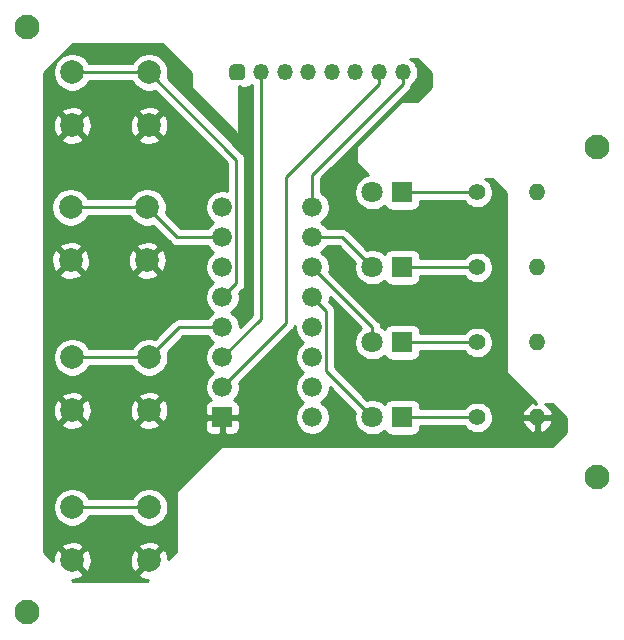
<source format=gbr>
%TF.GenerationSoftware,KiCad,Pcbnew,(5.1.6-0-10_14)*%
%TF.CreationDate,2020-06-28T20:47:41+01:00*%
%TF.ProjectId,mux-control,6d75782d-636f-46e7-9472-6f6c2e6b6963,rev?*%
%TF.SameCoordinates,Original*%
%TF.FileFunction,Copper,L2,Bot*%
%TF.FilePolarity,Positive*%
%FSLAX46Y46*%
G04 Gerber Fmt 4.6, Leading zero omitted, Abs format (unit mm)*
G04 Created by KiCad (PCBNEW (5.1.6-0-10_14)) date 2020-06-28 20:47:41*
%MOMM*%
%LPD*%
G01*
G04 APERTURE LIST*
%TA.AperFunction,WasherPad*%
%ADD10C,2.100000*%
%TD*%
%TA.AperFunction,ComponentPad*%
%ADD11C,2.000000*%
%TD*%
%TA.AperFunction,ComponentPad*%
%ADD12O,1.350000X1.350000*%
%TD*%
%TA.AperFunction,ComponentPad*%
%ADD13C,1.800000*%
%TD*%
%TA.AperFunction,ComponentPad*%
%ADD14R,1.800000X1.800000*%
%TD*%
%TA.AperFunction,ComponentPad*%
%ADD15O,1.400000X1.400000*%
%TD*%
%TA.AperFunction,ComponentPad*%
%ADD16C,1.400000*%
%TD*%
%TA.AperFunction,ComponentPad*%
%ADD17C,1.676400*%
%TD*%
%TA.AperFunction,ComponentPad*%
%ADD18R,1.676400X1.676400*%
%TD*%
%TA.AperFunction,Conductor*%
%ADD19C,0.250000*%
%TD*%
%TA.AperFunction,Conductor*%
%ADD20C,0.254000*%
%TD*%
G04 APERTURE END LIST*
D10*
%TO.P,MO3,*%
%TO.N,*%
X170180000Y-72390000D03*
%TD*%
%TO.P,MO4,*%
%TO.N,*%
X170180000Y-100330000D03*
%TD*%
%TO.P,MO2,*%
%TO.N,*%
X121920000Y-111760000D03*
%TD*%
D11*
%TO.P,SW1,1*%
%TO.N,Net-(SW1-Pad1)*%
X132230000Y-66040000D03*
%TO.P,SW1,2*%
%TO.N,Net-(J1-Pad1)*%
X132230000Y-70540000D03*
%TO.P,SW1,1*%
%TO.N,Net-(SW1-Pad1)*%
X125730000Y-66040000D03*
%TO.P,SW1,2*%
%TO.N,Net-(J1-Pad1)*%
X125730000Y-70540000D03*
%TD*%
%TO.P,SW4,1*%
%TO.N,Net-(SW4-Pad1)*%
X132230000Y-102870000D03*
%TO.P,SW4,2*%
%TO.N,Net-(J1-Pad1)*%
X132230000Y-107370000D03*
%TO.P,SW4,1*%
%TO.N,Net-(SW4-Pad1)*%
X125730000Y-102870000D03*
%TO.P,SW4,2*%
%TO.N,Net-(J1-Pad1)*%
X125730000Y-107370000D03*
%TD*%
D12*
%TO.P,J1,8*%
%TO.N,Net-(J1-Pad8)*%
X153700000Y-66040000D03*
%TO.P,J1,7*%
%TO.N,Net-(J1-Pad7)*%
X151700000Y-66040000D03*
%TO.P,J1,6*%
%TO.N,Net-(J1-Pad6)*%
X149700000Y-66040000D03*
%TO.P,J1,5*%
%TO.N,Net-(J1-Pad5)*%
X147700000Y-66040000D03*
%TO.P,J1,4*%
%TO.N,Net-(J1-Pad4)*%
X145700000Y-66040000D03*
%TO.P,J1,3*%
%TO.N,Net-(J1-Pad3)*%
X143700000Y-66040000D03*
%TO.P,J1,~E*%
%TO.N,Net-(J1-Pad2)*%
X141700000Y-66040000D03*
%TO.P,J1,GND*%
%TO.N,Net-(J1-Pad1)*%
%TA.AperFunction,ComponentPad*%
G36*
G01*
X140037500Y-66715000D02*
X139362500Y-66715000D01*
G75*
G02*
X139025000Y-66377500I0J337500D01*
G01*
X139025000Y-65702500D01*
G75*
G02*
X139362500Y-65365000I337500J0D01*
G01*
X140037500Y-65365000D01*
G75*
G02*
X140375000Y-65702500I0J-337500D01*
G01*
X140375000Y-66377500D01*
G75*
G02*
X140037500Y-66715000I-337500J0D01*
G01*
G37*
%TD.AperFunction*%
%TD*%
D13*
%TO.P,D1,2*%
%TO.N,Net-(D1-Pad2)*%
X151130000Y-76200000D03*
D14*
%TO.P,D1,1*%
%TO.N,Net-(D1-Pad1)*%
X153670000Y-76200000D03*
%TD*%
D13*
%TO.P,D2,2*%
%TO.N,Net-(D2-Pad2)*%
X151130000Y-82550000D03*
D14*
%TO.P,D2,1*%
%TO.N,Net-(D2-Pad1)*%
X153670000Y-82550000D03*
%TD*%
D13*
%TO.P,D3,2*%
%TO.N,Net-(D3-Pad2)*%
X151130000Y-88900000D03*
D14*
%TO.P,D3,1*%
%TO.N,Net-(D3-Pad1)*%
X153670000Y-88900000D03*
%TD*%
D13*
%TO.P,D4,2*%
%TO.N,Net-(D4-Pad2)*%
X151130000Y-95250000D03*
D14*
%TO.P,D4,1*%
%TO.N,Net-(D4-Pad1)*%
X153670000Y-95250000D03*
%TD*%
D15*
%TO.P,R1,2*%
%TO.N,Net-(J1-Pad1)*%
X165100000Y-76200000D03*
D16*
%TO.P,R1,1*%
%TO.N,Net-(D1-Pad1)*%
X160020000Y-76200000D03*
%TD*%
D15*
%TO.P,R2,2*%
%TO.N,Net-(J1-Pad1)*%
X165100000Y-82550000D03*
D16*
%TO.P,R2,1*%
%TO.N,Net-(D2-Pad1)*%
X160020000Y-82550000D03*
%TD*%
D15*
%TO.P,R3,2*%
%TO.N,Net-(J1-Pad1)*%
X165100000Y-88900000D03*
D16*
%TO.P,R3,1*%
%TO.N,Net-(D3-Pad1)*%
X160020000Y-88900000D03*
%TD*%
D15*
%TO.P,R4,2*%
%TO.N,Net-(J1-Pad1)*%
X165100000Y-95250000D03*
D16*
%TO.P,R4,1*%
%TO.N,Net-(D4-Pad1)*%
X160020000Y-95250000D03*
%TD*%
D11*
%TO.P,SW2,1*%
%TO.N,Net-(SW2-Pad1)*%
X132080000Y-77470000D03*
%TO.P,SW2,2*%
%TO.N,Net-(J1-Pad1)*%
X132080000Y-81970000D03*
%TO.P,SW2,1*%
%TO.N,Net-(SW2-Pad1)*%
X125580000Y-77470000D03*
%TO.P,SW2,2*%
%TO.N,Net-(J1-Pad1)*%
X125580000Y-81970000D03*
%TD*%
%TO.P,SW3,1*%
%TO.N,Net-(SW3-Pad1)*%
X132230000Y-90170000D03*
%TO.P,SW3,2*%
%TO.N,Net-(J1-Pad1)*%
X132230000Y-94670000D03*
%TO.P,SW3,1*%
%TO.N,Net-(SW3-Pad1)*%
X125730000Y-90170000D03*
%TO.P,SW3,2*%
%TO.N,Net-(J1-Pad1)*%
X125730000Y-94670000D03*
%TD*%
D17*
%TO.P,U1,16*%
%TO.N,Net-(J1-Pad8)*%
X146050000Y-77470000D03*
%TO.P,U1,15*%
%TO.N,Net-(D2-Pad2)*%
X146050000Y-80010000D03*
%TO.P,U1,14*%
%TO.N,Net-(D3-Pad2)*%
X146050000Y-82550000D03*
%TO.P,U1,13*%
%TO.N,Net-(D4-Pad2)*%
X146050000Y-85090000D03*
%TO.P,U1,12*%
%TO.N,Net-(D1-Pad2)*%
X146050000Y-87630000D03*
%TO.P,U1,11*%
%TO.N,Net-(J1-Pad6)*%
X146050000Y-90170000D03*
%TO.P,U1,10*%
%TO.N,Net-(J1-Pad4)*%
X146050000Y-92710000D03*
%TO.P,U1,9*%
%TO.N,Net-(J1-Pad5)*%
X146050000Y-95250000D03*
D18*
%TO.P,U1,8*%
%TO.N,Net-(J1-Pad1)*%
X138430000Y-95250000D03*
D17*
%TO.P,U1,7*%
%TO.N,Net-(J1-Pad7)*%
X138430000Y-92710000D03*
%TO.P,U1,6*%
%TO.N,Net-(J1-Pad2)*%
X138430000Y-90170000D03*
%TO.P,U1,5*%
%TO.N,Net-(SW3-Pad1)*%
X138430000Y-87630000D03*
%TO.P,U1,4*%
%TO.N,Net-(SW1-Pad1)*%
X138430000Y-85090000D03*
%TO.P,U1,3*%
%TO.N,Net-(J1-Pad3)*%
X138430000Y-82550000D03*
%TO.P,U1,2*%
%TO.N,Net-(SW2-Pad1)*%
X138430000Y-80010000D03*
%TO.P,U1,1*%
%TO.N,Net-(SW4-Pad1)*%
X138430000Y-77470000D03*
%TD*%
D10*
%TO.P,MO1,*%
%TO.N,*%
X121920000Y-62230000D03*
%TD*%
D19*
%TO.N,Net-(D1-Pad1)*%
X160020000Y-76200000D02*
X153670000Y-76200000D01*
%TO.N,Net-(D2-Pad1)*%
X160020000Y-82550000D02*
X153670000Y-82550000D01*
%TO.N,Net-(D2-Pad2)*%
X148590000Y-80010000D02*
X151130000Y-82550000D01*
X146050000Y-80010000D02*
X148590000Y-80010000D01*
%TO.N,Net-(D3-Pad2)*%
X151130000Y-87630000D02*
X151130000Y-88900000D01*
X146050000Y-82550000D02*
X151130000Y-87630000D01*
%TO.N,Net-(D3-Pad1)*%
X160020000Y-88900000D02*
X153670000Y-88900000D01*
%TO.N,Net-(D4-Pad1)*%
X160020000Y-95250000D02*
X153670000Y-95250000D01*
%TO.N,Net-(D4-Pad2)*%
X147213600Y-91333600D02*
X151130000Y-95250000D01*
X147213600Y-86253600D02*
X147213600Y-91333600D01*
X146050000Y-85090000D02*
X147213600Y-86253600D01*
%TO.N,Net-(J1-Pad2)*%
X141700000Y-86900000D02*
X138430000Y-90170000D01*
X141700000Y-66040000D02*
X141700000Y-86900000D01*
%TO.N,Net-(J1-Pad7)*%
X143837100Y-74903200D02*
X151700000Y-67040300D01*
X143837100Y-87302900D02*
X143837100Y-74903200D01*
X138430000Y-92710000D02*
X143837100Y-87302900D01*
X151700000Y-66040000D02*
X151700000Y-67040300D01*
%TO.N,Net-(J1-Pad8)*%
X153700000Y-66040000D02*
X153700000Y-67040300D01*
X146050000Y-74690300D02*
X153700000Y-67040300D01*
X146050000Y-77470000D02*
X146050000Y-74690300D01*
%TO.N,Net-(SW1-Pad1)*%
X125730000Y-66040000D02*
X132230000Y-66040000D01*
X139618900Y-73428900D02*
X132230000Y-66040000D01*
X139618900Y-83901100D02*
X139618900Y-73428900D01*
X138430000Y-85090000D02*
X139618900Y-83901100D01*
%TO.N,Net-(SW2-Pad1)*%
X134620000Y-80010000D02*
X132080000Y-77470000D01*
X138430000Y-80010000D02*
X134620000Y-80010000D01*
X125580000Y-77470000D02*
X132080000Y-77470000D01*
%TO.N,Net-(SW3-Pad1)*%
X134770000Y-87630000D02*
X132230000Y-90170000D01*
X138430000Y-87630000D02*
X134770000Y-87630000D01*
X125730000Y-90170000D02*
X132230000Y-90170000D01*
%TO.N,Net-(SW4-Pad1)*%
X125730000Y-102870000D02*
X132230000Y-102870000D01*
%TD*%
D20*
%TO.N,Net-(J1-Pad1)*%
G36*
X135763000Y-66092606D02*
G01*
X135763000Y-67310000D01*
X135765440Y-67334776D01*
X135772667Y-67358601D01*
X135784403Y-67380557D01*
X135800197Y-67399803D01*
X139610197Y-71209803D01*
X139629443Y-71225597D01*
X139651399Y-71237333D01*
X139675224Y-71244560D01*
X139700000Y-71247000D01*
X139724776Y-71244560D01*
X139748601Y-71237333D01*
X139770557Y-71225597D01*
X139789803Y-71209803D01*
X139805597Y-71190557D01*
X139817333Y-71168601D01*
X139824560Y-71144776D01*
X139827000Y-71120000D01*
X139827000Y-67350000D01*
X139827002Y-67350000D01*
X139827002Y-67191252D01*
X139985750Y-67350000D01*
X140375000Y-67353072D01*
X140499482Y-67340812D01*
X140619180Y-67304502D01*
X140729494Y-67245537D01*
X140826185Y-67166185D01*
X140897487Y-67079303D01*
X140940000Y-67107709D01*
X140940001Y-86585197D01*
X139903200Y-87621998D01*
X139903200Y-87484902D01*
X139846586Y-87200283D01*
X139735533Y-86932178D01*
X139574309Y-86690890D01*
X139369110Y-86485691D01*
X139181001Y-86360000D01*
X139369110Y-86234309D01*
X139574309Y-86029110D01*
X139735533Y-85787822D01*
X139846586Y-85519717D01*
X139903200Y-85235098D01*
X139903200Y-84944902D01*
X139861175Y-84733627D01*
X140129904Y-84464898D01*
X140158901Y-84441101D01*
X140253874Y-84325376D01*
X140324446Y-84193347D01*
X140367903Y-84050086D01*
X140378900Y-83938433D01*
X140378900Y-83938432D01*
X140382577Y-83901100D01*
X140378900Y-83863767D01*
X140378900Y-73466233D01*
X140382577Y-73428900D01*
X140367903Y-73279914D01*
X140324446Y-73136653D01*
X140253874Y-73004624D01*
X140182699Y-72917897D01*
X140158901Y-72888899D01*
X140129903Y-72865101D01*
X133796177Y-66531376D01*
X133802168Y-66516912D01*
X133865000Y-66201033D01*
X133865000Y-65878967D01*
X133802168Y-65563088D01*
X133678918Y-65265537D01*
X133499987Y-64997748D01*
X133272252Y-64770013D01*
X133004463Y-64591082D01*
X132706912Y-64467832D01*
X132391033Y-64405000D01*
X132068967Y-64405000D01*
X131753088Y-64467832D01*
X131455537Y-64591082D01*
X131187748Y-64770013D01*
X130960013Y-64997748D01*
X130781082Y-65265537D01*
X130775091Y-65280000D01*
X127184909Y-65280000D01*
X127178918Y-65265537D01*
X126999987Y-64997748D01*
X126772252Y-64770013D01*
X126504463Y-64591082D01*
X126206912Y-64467832D01*
X125891033Y-64405000D01*
X125568967Y-64405000D01*
X125253088Y-64467832D01*
X124955537Y-64591082D01*
X124687748Y-64770013D01*
X124460013Y-64997748D01*
X124281082Y-65265537D01*
X124157832Y-65563088D01*
X124095000Y-65878967D01*
X124095000Y-66201033D01*
X124157832Y-66516912D01*
X124281082Y-66814463D01*
X124460013Y-67082252D01*
X124687748Y-67309987D01*
X124955537Y-67488918D01*
X125253088Y-67612168D01*
X125568967Y-67675000D01*
X125891033Y-67675000D01*
X126206912Y-67612168D01*
X126504463Y-67488918D01*
X126772252Y-67309987D01*
X126999987Y-67082252D01*
X127178918Y-66814463D01*
X127184909Y-66800000D01*
X130775091Y-66800000D01*
X130781082Y-66814463D01*
X130960013Y-67082252D01*
X131187748Y-67309987D01*
X131455537Y-67488918D01*
X131753088Y-67612168D01*
X132068967Y-67675000D01*
X132391033Y-67675000D01*
X132706912Y-67612168D01*
X132721376Y-67606177D01*
X138858901Y-73743703D01*
X138858901Y-76053252D01*
X138575098Y-75996800D01*
X138284902Y-75996800D01*
X138000283Y-76053414D01*
X137732178Y-76164467D01*
X137490890Y-76325691D01*
X137285691Y-76530890D01*
X137124467Y-76772178D01*
X137013414Y-77040283D01*
X136956800Y-77324902D01*
X136956800Y-77615098D01*
X137013414Y-77899717D01*
X137124467Y-78167822D01*
X137285691Y-78409110D01*
X137490890Y-78614309D01*
X137678999Y-78740000D01*
X137490890Y-78865691D01*
X137285691Y-79070890D01*
X137166013Y-79250000D01*
X134934803Y-79250000D01*
X133646177Y-77961375D01*
X133652168Y-77946912D01*
X133715000Y-77631033D01*
X133715000Y-77308967D01*
X133652168Y-76993088D01*
X133528918Y-76695537D01*
X133349987Y-76427748D01*
X133122252Y-76200013D01*
X132854463Y-76021082D01*
X132556912Y-75897832D01*
X132241033Y-75835000D01*
X131918967Y-75835000D01*
X131603088Y-75897832D01*
X131305537Y-76021082D01*
X131037748Y-76200013D01*
X130810013Y-76427748D01*
X130631082Y-76695537D01*
X130625091Y-76710000D01*
X127034909Y-76710000D01*
X127028918Y-76695537D01*
X126849987Y-76427748D01*
X126622252Y-76200013D01*
X126354463Y-76021082D01*
X126056912Y-75897832D01*
X125741033Y-75835000D01*
X125418967Y-75835000D01*
X125103088Y-75897832D01*
X124805537Y-76021082D01*
X124537748Y-76200013D01*
X124310013Y-76427748D01*
X124131082Y-76695537D01*
X124007832Y-76993088D01*
X123945000Y-77308967D01*
X123945000Y-77631033D01*
X124007832Y-77946912D01*
X124131082Y-78244463D01*
X124310013Y-78512252D01*
X124537748Y-78739987D01*
X124805537Y-78918918D01*
X125103088Y-79042168D01*
X125418967Y-79105000D01*
X125741033Y-79105000D01*
X126056912Y-79042168D01*
X126354463Y-78918918D01*
X126622252Y-78739987D01*
X126849987Y-78512252D01*
X127028918Y-78244463D01*
X127034909Y-78230000D01*
X130625091Y-78230000D01*
X130631082Y-78244463D01*
X130810013Y-78512252D01*
X131037748Y-78739987D01*
X131305537Y-78918918D01*
X131603088Y-79042168D01*
X131918967Y-79105000D01*
X132241033Y-79105000D01*
X132556912Y-79042168D01*
X132571375Y-79036177D01*
X134056205Y-80521008D01*
X134079999Y-80550001D01*
X134108992Y-80573795D01*
X134108996Y-80573799D01*
X134179685Y-80631811D01*
X134195724Y-80644974D01*
X134327753Y-80715546D01*
X134471014Y-80759003D01*
X134582667Y-80770000D01*
X134582676Y-80770000D01*
X134619999Y-80773676D01*
X134657322Y-80770000D01*
X137166013Y-80770000D01*
X137285691Y-80949110D01*
X137490890Y-81154309D01*
X137678999Y-81280000D01*
X137490890Y-81405691D01*
X137285691Y-81610890D01*
X137124467Y-81852178D01*
X137013414Y-82120283D01*
X136956800Y-82404902D01*
X136956800Y-82695098D01*
X137013414Y-82979717D01*
X137124467Y-83247822D01*
X137285691Y-83489110D01*
X137490890Y-83694309D01*
X137678999Y-83820000D01*
X137490890Y-83945691D01*
X137285691Y-84150890D01*
X137124467Y-84392178D01*
X137013414Y-84660283D01*
X136956800Y-84944902D01*
X136956800Y-85235098D01*
X137013414Y-85519717D01*
X137124467Y-85787822D01*
X137285691Y-86029110D01*
X137490890Y-86234309D01*
X137678999Y-86360000D01*
X137490890Y-86485691D01*
X137285691Y-86690890D01*
X137166013Y-86870000D01*
X134807322Y-86870000D01*
X134769999Y-86866324D01*
X134732676Y-86870000D01*
X134732667Y-86870000D01*
X134621014Y-86880997D01*
X134477753Y-86924454D01*
X134345724Y-86995026D01*
X134345722Y-86995027D01*
X134345723Y-86995027D01*
X134258996Y-87066201D01*
X134258992Y-87066205D01*
X134229999Y-87089999D01*
X134206205Y-87118992D01*
X132721375Y-88603823D01*
X132706912Y-88597832D01*
X132391033Y-88535000D01*
X132068967Y-88535000D01*
X131753088Y-88597832D01*
X131455537Y-88721082D01*
X131187748Y-88900013D01*
X130960013Y-89127748D01*
X130781082Y-89395537D01*
X130775091Y-89410000D01*
X127184909Y-89410000D01*
X127178918Y-89395537D01*
X126999987Y-89127748D01*
X126772252Y-88900013D01*
X126504463Y-88721082D01*
X126206912Y-88597832D01*
X125891033Y-88535000D01*
X125568967Y-88535000D01*
X125253088Y-88597832D01*
X124955537Y-88721082D01*
X124687748Y-88900013D01*
X124460013Y-89127748D01*
X124281082Y-89395537D01*
X124157832Y-89693088D01*
X124095000Y-90008967D01*
X124095000Y-90331033D01*
X124157832Y-90646912D01*
X124281082Y-90944463D01*
X124460013Y-91212252D01*
X124687748Y-91439987D01*
X124955537Y-91618918D01*
X125253088Y-91742168D01*
X125568967Y-91805000D01*
X125891033Y-91805000D01*
X126206912Y-91742168D01*
X126504463Y-91618918D01*
X126772252Y-91439987D01*
X126999987Y-91212252D01*
X127178918Y-90944463D01*
X127184909Y-90930000D01*
X130775091Y-90930000D01*
X130781082Y-90944463D01*
X130960013Y-91212252D01*
X131187748Y-91439987D01*
X131455537Y-91618918D01*
X131753088Y-91742168D01*
X132068967Y-91805000D01*
X132391033Y-91805000D01*
X132706912Y-91742168D01*
X133004463Y-91618918D01*
X133272252Y-91439987D01*
X133499987Y-91212252D01*
X133678918Y-90944463D01*
X133802168Y-90646912D01*
X133865000Y-90331033D01*
X133865000Y-90008967D01*
X133802168Y-89693088D01*
X133796177Y-89678625D01*
X135084803Y-88390000D01*
X137166013Y-88390000D01*
X137285691Y-88569110D01*
X137490890Y-88774309D01*
X137678999Y-88900000D01*
X137490890Y-89025691D01*
X137285691Y-89230890D01*
X137124467Y-89472178D01*
X137013414Y-89740283D01*
X136956800Y-90024902D01*
X136956800Y-90315098D01*
X137013414Y-90599717D01*
X137124467Y-90867822D01*
X137285691Y-91109110D01*
X137490890Y-91314309D01*
X137678999Y-91440000D01*
X137490890Y-91565691D01*
X137285691Y-91770890D01*
X137124467Y-92012178D01*
X137013414Y-92280283D01*
X136956800Y-92564902D01*
X136956800Y-92855098D01*
X137013414Y-93139717D01*
X137124467Y-93407822D01*
X137285691Y-93649110D01*
X137432984Y-93796403D01*
X137347620Y-93822298D01*
X137237306Y-93881263D01*
X137140615Y-93960615D01*
X137061263Y-94057306D01*
X137002298Y-94167620D01*
X136965988Y-94287318D01*
X136953728Y-94411800D01*
X136956800Y-94964250D01*
X137115550Y-95123000D01*
X138303000Y-95123000D01*
X138303000Y-95103000D01*
X138557000Y-95103000D01*
X138557000Y-95123000D01*
X139744450Y-95123000D01*
X139903200Y-94964250D01*
X139906272Y-94411800D01*
X139894012Y-94287318D01*
X139857702Y-94167620D01*
X139798737Y-94057306D01*
X139719385Y-93960615D01*
X139622694Y-93881263D01*
X139512380Y-93822298D01*
X139427016Y-93796403D01*
X139574309Y-93649110D01*
X139735533Y-93407822D01*
X139846586Y-93139717D01*
X139903200Y-92855098D01*
X139903200Y-92564902D01*
X139861175Y-92353626D01*
X144348104Y-87866698D01*
X144377101Y-87842901D01*
X144429555Y-87778986D01*
X144472074Y-87727177D01*
X144542646Y-87595147D01*
X144560899Y-87534974D01*
X144578156Y-87478083D01*
X144576800Y-87484902D01*
X144576800Y-87775098D01*
X144633414Y-88059717D01*
X144744467Y-88327822D01*
X144905691Y-88569110D01*
X145110890Y-88774309D01*
X145298999Y-88900000D01*
X145110890Y-89025691D01*
X144905691Y-89230890D01*
X144744467Y-89472178D01*
X144633414Y-89740283D01*
X144576800Y-90024902D01*
X144576800Y-90315098D01*
X144633414Y-90599717D01*
X144744467Y-90867822D01*
X144905691Y-91109110D01*
X145110890Y-91314309D01*
X145298999Y-91440000D01*
X145110890Y-91565691D01*
X144905691Y-91770890D01*
X144744467Y-92012178D01*
X144633414Y-92280283D01*
X144576800Y-92564902D01*
X144576800Y-92855098D01*
X144633414Y-93139717D01*
X144744467Y-93407822D01*
X144905691Y-93649110D01*
X145110890Y-93854309D01*
X145298999Y-93980000D01*
X145110890Y-94105691D01*
X144905691Y-94310890D01*
X144744467Y-94552178D01*
X144633414Y-94820283D01*
X144576800Y-95104902D01*
X144576800Y-95395098D01*
X144633414Y-95679717D01*
X144744467Y-95947822D01*
X144905691Y-96189110D01*
X145110890Y-96394309D01*
X145352178Y-96555533D01*
X145620283Y-96666586D01*
X145904902Y-96723200D01*
X146195098Y-96723200D01*
X146479717Y-96666586D01*
X146747822Y-96555533D01*
X146989110Y-96394309D01*
X147194309Y-96189110D01*
X147355533Y-95947822D01*
X147466586Y-95679717D01*
X147523200Y-95395098D01*
X147523200Y-95104902D01*
X147466586Y-94820283D01*
X147355533Y-94552178D01*
X147194309Y-94310890D01*
X146989110Y-94105691D01*
X146801001Y-93980000D01*
X146989110Y-93854309D01*
X147194309Y-93649110D01*
X147355533Y-93407822D01*
X147466586Y-93139717D01*
X147523200Y-92855098D01*
X147523200Y-92718001D01*
X149646269Y-94841070D01*
X149595000Y-95098816D01*
X149595000Y-95401184D01*
X149653989Y-95697743D01*
X149769701Y-95977095D01*
X149937688Y-96228505D01*
X150151495Y-96442312D01*
X150402905Y-96610299D01*
X150682257Y-96726011D01*
X150978816Y-96785000D01*
X151281184Y-96785000D01*
X151577743Y-96726011D01*
X151857095Y-96610299D01*
X152108505Y-96442312D01*
X152174944Y-96375873D01*
X152180498Y-96394180D01*
X152239463Y-96504494D01*
X152318815Y-96601185D01*
X152415506Y-96680537D01*
X152525820Y-96739502D01*
X152645518Y-96775812D01*
X152770000Y-96788072D01*
X154570000Y-96788072D01*
X154694482Y-96775812D01*
X154814180Y-96739502D01*
X154924494Y-96680537D01*
X155021185Y-96601185D01*
X155100537Y-96504494D01*
X155159502Y-96394180D01*
X155195812Y-96274482D01*
X155208072Y-96150000D01*
X155208072Y-96010000D01*
X158922225Y-96010000D01*
X158983038Y-96101013D01*
X159168987Y-96286962D01*
X159387641Y-96433061D01*
X159630595Y-96533696D01*
X159888514Y-96585000D01*
X160151486Y-96585000D01*
X160409405Y-96533696D01*
X160652359Y-96433061D01*
X160871013Y-96286962D01*
X161056962Y-96101013D01*
X161203061Y-95882359D01*
X161303696Y-95639405D01*
X161314850Y-95583329D01*
X163807284Y-95583329D01*
X163839953Y-95691044D01*
X163950208Y-95928392D01*
X164104649Y-96139670D01*
X164297340Y-96316759D01*
X164520877Y-96452853D01*
X164766670Y-96542722D01*
X164973000Y-96420201D01*
X164973000Y-95377000D01*
X165227000Y-95377000D01*
X165227000Y-96420201D01*
X165433330Y-96542722D01*
X165679123Y-96452853D01*
X165902660Y-96316759D01*
X166095351Y-96139670D01*
X166249792Y-95928392D01*
X166360047Y-95691044D01*
X166392716Y-95583329D01*
X166269374Y-95377000D01*
X165227000Y-95377000D01*
X164973000Y-95377000D01*
X163930626Y-95377000D01*
X163807284Y-95583329D01*
X161314850Y-95583329D01*
X161355000Y-95381486D01*
X161355000Y-95118514D01*
X161303696Y-94860595D01*
X161203061Y-94617641D01*
X161056962Y-94398987D01*
X160871013Y-94213038D01*
X160652359Y-94066939D01*
X160409405Y-93966304D01*
X160151486Y-93915000D01*
X159888514Y-93915000D01*
X159630595Y-93966304D01*
X159387641Y-94066939D01*
X159168987Y-94213038D01*
X158983038Y-94398987D01*
X158922225Y-94490000D01*
X155208072Y-94490000D01*
X155208072Y-94350000D01*
X155195812Y-94225518D01*
X155159502Y-94105820D01*
X155100537Y-93995506D01*
X155021185Y-93898815D01*
X154924494Y-93819463D01*
X154814180Y-93760498D01*
X154694482Y-93724188D01*
X154570000Y-93711928D01*
X152770000Y-93711928D01*
X152645518Y-93724188D01*
X152525820Y-93760498D01*
X152415506Y-93819463D01*
X152318815Y-93898815D01*
X152239463Y-93995506D01*
X152180498Y-94105820D01*
X152174944Y-94124127D01*
X152108505Y-94057688D01*
X151857095Y-93889701D01*
X151577743Y-93773989D01*
X151281184Y-93715000D01*
X150978816Y-93715000D01*
X150721070Y-93766269D01*
X147973600Y-91018799D01*
X147973600Y-86290923D01*
X147977276Y-86253600D01*
X147973600Y-86216277D01*
X147973600Y-86216267D01*
X147962603Y-86104614D01*
X147919146Y-85961353D01*
X147861591Y-85853676D01*
X147848574Y-85829323D01*
X147777399Y-85742597D01*
X147753601Y-85713599D01*
X147724604Y-85689802D01*
X147481175Y-85446373D01*
X147523200Y-85235098D01*
X147523200Y-85098001D01*
X150142191Y-87716992D01*
X149937688Y-87921495D01*
X149769701Y-88172905D01*
X149653989Y-88452257D01*
X149595000Y-88748816D01*
X149595000Y-89051184D01*
X149653989Y-89347743D01*
X149769701Y-89627095D01*
X149937688Y-89878505D01*
X150151495Y-90092312D01*
X150402905Y-90260299D01*
X150682257Y-90376011D01*
X150978816Y-90435000D01*
X151281184Y-90435000D01*
X151577743Y-90376011D01*
X151857095Y-90260299D01*
X152108505Y-90092312D01*
X152174944Y-90025873D01*
X152180498Y-90044180D01*
X152239463Y-90154494D01*
X152318815Y-90251185D01*
X152415506Y-90330537D01*
X152525820Y-90389502D01*
X152645518Y-90425812D01*
X152770000Y-90438072D01*
X154570000Y-90438072D01*
X154694482Y-90425812D01*
X154814180Y-90389502D01*
X154924494Y-90330537D01*
X155021185Y-90251185D01*
X155100537Y-90154494D01*
X155159502Y-90044180D01*
X155195812Y-89924482D01*
X155208072Y-89800000D01*
X155208072Y-89660000D01*
X158922225Y-89660000D01*
X158983038Y-89751013D01*
X159168987Y-89936962D01*
X159387641Y-90083061D01*
X159630595Y-90183696D01*
X159888514Y-90235000D01*
X160151486Y-90235000D01*
X160409405Y-90183696D01*
X160652359Y-90083061D01*
X160871013Y-89936962D01*
X161056962Y-89751013D01*
X161203061Y-89532359D01*
X161303696Y-89289405D01*
X161355000Y-89031486D01*
X161355000Y-88768514D01*
X161303696Y-88510595D01*
X161203061Y-88267641D01*
X161056962Y-88048987D01*
X160871013Y-87863038D01*
X160652359Y-87716939D01*
X160409405Y-87616304D01*
X160151486Y-87565000D01*
X159888514Y-87565000D01*
X159630595Y-87616304D01*
X159387641Y-87716939D01*
X159168987Y-87863038D01*
X158983038Y-88048987D01*
X158922225Y-88140000D01*
X155208072Y-88140000D01*
X155208072Y-88000000D01*
X155195812Y-87875518D01*
X155159502Y-87755820D01*
X155100537Y-87645506D01*
X155021185Y-87548815D01*
X154924494Y-87469463D01*
X154814180Y-87410498D01*
X154694482Y-87374188D01*
X154570000Y-87361928D01*
X152770000Y-87361928D01*
X152645518Y-87374188D01*
X152525820Y-87410498D01*
X152415506Y-87469463D01*
X152318815Y-87548815D01*
X152239463Y-87645506D01*
X152180498Y-87755820D01*
X152174944Y-87774127D01*
X152108505Y-87707688D01*
X151886734Y-87559505D01*
X151879003Y-87481014D01*
X151835546Y-87337753D01*
X151764975Y-87205725D01*
X151764974Y-87205723D01*
X151693799Y-87118997D01*
X151670001Y-87089999D01*
X151641003Y-87066201D01*
X147481175Y-82906374D01*
X147523200Y-82695098D01*
X147523200Y-82404902D01*
X147466586Y-82120283D01*
X147355533Y-81852178D01*
X147194309Y-81610890D01*
X146989110Y-81405691D01*
X146801001Y-81280000D01*
X146989110Y-81154309D01*
X147194309Y-80949110D01*
X147313987Y-80770000D01*
X148275199Y-80770000D01*
X149646268Y-82141071D01*
X149595000Y-82398816D01*
X149595000Y-82701184D01*
X149653989Y-82997743D01*
X149769701Y-83277095D01*
X149937688Y-83528505D01*
X150151495Y-83742312D01*
X150402905Y-83910299D01*
X150682257Y-84026011D01*
X150978816Y-84085000D01*
X151281184Y-84085000D01*
X151577743Y-84026011D01*
X151857095Y-83910299D01*
X152108505Y-83742312D01*
X152174944Y-83675873D01*
X152180498Y-83694180D01*
X152239463Y-83804494D01*
X152318815Y-83901185D01*
X152415506Y-83980537D01*
X152525820Y-84039502D01*
X152645518Y-84075812D01*
X152770000Y-84088072D01*
X154570000Y-84088072D01*
X154694482Y-84075812D01*
X154814180Y-84039502D01*
X154924494Y-83980537D01*
X155021185Y-83901185D01*
X155100537Y-83804494D01*
X155159502Y-83694180D01*
X155195812Y-83574482D01*
X155208072Y-83450000D01*
X155208072Y-83310000D01*
X158922225Y-83310000D01*
X158983038Y-83401013D01*
X159168987Y-83586962D01*
X159387641Y-83733061D01*
X159630595Y-83833696D01*
X159888514Y-83885000D01*
X160151486Y-83885000D01*
X160409405Y-83833696D01*
X160652359Y-83733061D01*
X160871013Y-83586962D01*
X161056962Y-83401013D01*
X161203061Y-83182359D01*
X161303696Y-82939405D01*
X161355000Y-82681486D01*
X161355000Y-82418514D01*
X161303696Y-82160595D01*
X161203061Y-81917641D01*
X161056962Y-81698987D01*
X160871013Y-81513038D01*
X160652359Y-81366939D01*
X160409405Y-81266304D01*
X160151486Y-81215000D01*
X159888514Y-81215000D01*
X159630595Y-81266304D01*
X159387641Y-81366939D01*
X159168987Y-81513038D01*
X158983038Y-81698987D01*
X158922225Y-81790000D01*
X155208072Y-81790000D01*
X155208072Y-81650000D01*
X155195812Y-81525518D01*
X155159502Y-81405820D01*
X155100537Y-81295506D01*
X155021185Y-81198815D01*
X154924494Y-81119463D01*
X154814180Y-81060498D01*
X154694482Y-81024188D01*
X154570000Y-81011928D01*
X152770000Y-81011928D01*
X152645518Y-81024188D01*
X152525820Y-81060498D01*
X152415506Y-81119463D01*
X152318815Y-81198815D01*
X152239463Y-81295506D01*
X152180498Y-81405820D01*
X152174944Y-81424127D01*
X152108505Y-81357688D01*
X151857095Y-81189701D01*
X151577743Y-81073989D01*
X151281184Y-81015000D01*
X150978816Y-81015000D01*
X150721071Y-81066268D01*
X149153804Y-79499003D01*
X149130001Y-79469999D01*
X149014276Y-79375026D01*
X148882247Y-79304454D01*
X148738986Y-79260997D01*
X148627333Y-79250000D01*
X148627322Y-79250000D01*
X148590000Y-79246324D01*
X148552678Y-79250000D01*
X147313987Y-79250000D01*
X147194309Y-79070890D01*
X146989110Y-78865691D01*
X146801001Y-78740000D01*
X146989110Y-78614309D01*
X147194309Y-78409110D01*
X147355533Y-78167822D01*
X147466586Y-77899717D01*
X147523200Y-77615098D01*
X147523200Y-77324902D01*
X147466586Y-77040283D01*
X147355533Y-76772178D01*
X147194309Y-76530890D01*
X146989110Y-76325691D01*
X146810000Y-76206013D01*
X146810000Y-75005101D01*
X154211003Y-67604099D01*
X154240001Y-67580301D01*
X154334974Y-67464576D01*
X154405546Y-67332547D01*
X154449003Y-67189286D01*
X154456829Y-67109827D01*
X154535077Y-67057544D01*
X154717544Y-66875077D01*
X154860907Y-66660518D01*
X154959658Y-66422113D01*
X155010000Y-66169024D01*
X155010000Y-65910976D01*
X154959658Y-65657887D01*
X154860907Y-65419482D01*
X154717544Y-65204923D01*
X154535077Y-65022456D01*
X154347318Y-64897000D01*
X154887394Y-64897000D01*
X156083000Y-66092606D01*
X156083000Y-67257394D01*
X154887394Y-68453000D01*
X153670000Y-68453000D01*
X153645224Y-68455440D01*
X153621399Y-68462667D01*
X153599443Y-68474403D01*
X153580197Y-68490197D01*
X149770197Y-72300197D01*
X149754403Y-72319443D01*
X149742667Y-72341399D01*
X149735440Y-72365224D01*
X149733000Y-72390000D01*
X149733000Y-73660000D01*
X149735440Y-73684776D01*
X149742667Y-73708601D01*
X149754403Y-73730557D01*
X149770197Y-73749803D01*
X150734076Y-74713682D01*
X150682257Y-74723989D01*
X150402905Y-74839701D01*
X150151495Y-75007688D01*
X149937688Y-75221495D01*
X149769701Y-75472905D01*
X149653989Y-75752257D01*
X149595000Y-76048816D01*
X149595000Y-76351184D01*
X149653989Y-76647743D01*
X149769701Y-76927095D01*
X149937688Y-77178505D01*
X150151495Y-77392312D01*
X150402905Y-77560299D01*
X150682257Y-77676011D01*
X150978816Y-77735000D01*
X151281184Y-77735000D01*
X151577743Y-77676011D01*
X151857095Y-77560299D01*
X152108505Y-77392312D01*
X152174944Y-77325873D01*
X152180498Y-77344180D01*
X152239463Y-77454494D01*
X152318815Y-77551185D01*
X152415506Y-77630537D01*
X152525820Y-77689502D01*
X152645518Y-77725812D01*
X152770000Y-77738072D01*
X154570000Y-77738072D01*
X154694482Y-77725812D01*
X154814180Y-77689502D01*
X154924494Y-77630537D01*
X155021185Y-77551185D01*
X155100537Y-77454494D01*
X155159502Y-77344180D01*
X155195812Y-77224482D01*
X155208072Y-77100000D01*
X155208072Y-76960000D01*
X158922225Y-76960000D01*
X158983038Y-77051013D01*
X159168987Y-77236962D01*
X159387641Y-77383061D01*
X159630595Y-77483696D01*
X159888514Y-77535000D01*
X160151486Y-77535000D01*
X160409405Y-77483696D01*
X160652359Y-77383061D01*
X160871013Y-77236962D01*
X161056962Y-77051013D01*
X161203061Y-76832359D01*
X161303696Y-76589405D01*
X161355000Y-76331486D01*
X161355000Y-76068514D01*
X161303696Y-75810595D01*
X161203061Y-75567641D01*
X161056962Y-75348987D01*
X160871013Y-75163038D01*
X160712315Y-75057000D01*
X161237394Y-75057000D01*
X162433000Y-76252606D01*
X162433000Y-91440000D01*
X162435440Y-91464776D01*
X162442667Y-91488601D01*
X162454403Y-91510557D01*
X162470197Y-91529803D01*
X164972998Y-94032604D01*
X164972998Y-94079798D01*
X164766670Y-93957278D01*
X164520877Y-94047147D01*
X164297340Y-94183241D01*
X164104649Y-94360330D01*
X163950208Y-94571608D01*
X163839953Y-94808956D01*
X163807284Y-94916671D01*
X163930626Y-95123000D01*
X164973000Y-95123000D01*
X164973000Y-95103000D01*
X165227000Y-95103000D01*
X165227000Y-95123000D01*
X166269374Y-95123000D01*
X166392716Y-94916671D01*
X166360047Y-94808956D01*
X166249792Y-94571608D01*
X166095351Y-94360330D01*
X165902660Y-94183241D01*
X165777433Y-94107000D01*
X166317394Y-94107000D01*
X167513000Y-95302606D01*
X167513000Y-96467394D01*
X166317394Y-97663000D01*
X138430000Y-97663000D01*
X138405224Y-97665440D01*
X138381399Y-97672667D01*
X138359443Y-97684403D01*
X138340197Y-97700197D01*
X134530197Y-101510197D01*
X134514403Y-101529443D01*
X134502667Y-101551399D01*
X134495440Y-101575224D01*
X134493000Y-101600000D01*
X134493000Y-106627394D01*
X133864635Y-107255759D01*
X133827961Y-106988325D01*
X133722795Y-106683912D01*
X133629814Y-106509956D01*
X133365413Y-106414192D01*
X132409605Y-107370000D01*
X132423748Y-107384143D01*
X132244143Y-107563748D01*
X132230000Y-107549605D01*
X131274192Y-108505413D01*
X131369956Y-108769814D01*
X131659571Y-108910704D01*
X131971108Y-108992384D01*
X132119109Y-109001285D01*
X132027394Y-109093000D01*
X125782606Y-109093000D01*
X125695484Y-109005878D01*
X125792595Y-109011718D01*
X126111675Y-108967961D01*
X126416088Y-108862795D01*
X126590044Y-108769814D01*
X126685808Y-108505413D01*
X125730000Y-107549605D01*
X125715858Y-107563748D01*
X125536253Y-107384143D01*
X125550395Y-107370000D01*
X125909605Y-107370000D01*
X126865413Y-108325808D01*
X127129814Y-108230044D01*
X127270704Y-107940429D01*
X127352384Y-107628892D01*
X127364189Y-107432595D01*
X130588282Y-107432595D01*
X130632039Y-107751675D01*
X130737205Y-108056088D01*
X130830186Y-108230044D01*
X131094587Y-108325808D01*
X132050395Y-107370000D01*
X131094587Y-106414192D01*
X130830186Y-106509956D01*
X130689296Y-106799571D01*
X130607616Y-107111108D01*
X130588282Y-107432595D01*
X127364189Y-107432595D01*
X127371718Y-107307405D01*
X127327961Y-106988325D01*
X127222795Y-106683912D01*
X127129814Y-106509956D01*
X126865413Y-106414192D01*
X125909605Y-107370000D01*
X125550395Y-107370000D01*
X124594587Y-106414192D01*
X124330186Y-106509956D01*
X124189296Y-106799571D01*
X124107616Y-107111108D01*
X124090206Y-107400600D01*
X123317000Y-106627394D01*
X123317000Y-106234587D01*
X124774192Y-106234587D01*
X125730000Y-107190395D01*
X126685808Y-106234587D01*
X131274192Y-106234587D01*
X132230000Y-107190395D01*
X133185808Y-106234587D01*
X133090044Y-105970186D01*
X132800429Y-105829296D01*
X132488892Y-105747616D01*
X132167405Y-105728282D01*
X131848325Y-105772039D01*
X131543912Y-105877205D01*
X131369956Y-105970186D01*
X131274192Y-106234587D01*
X126685808Y-106234587D01*
X126590044Y-105970186D01*
X126300429Y-105829296D01*
X125988892Y-105747616D01*
X125667405Y-105728282D01*
X125348325Y-105772039D01*
X125043912Y-105877205D01*
X124869956Y-105970186D01*
X124774192Y-106234587D01*
X123317000Y-106234587D01*
X123317000Y-102708967D01*
X124095000Y-102708967D01*
X124095000Y-103031033D01*
X124157832Y-103346912D01*
X124281082Y-103644463D01*
X124460013Y-103912252D01*
X124687748Y-104139987D01*
X124955537Y-104318918D01*
X125253088Y-104442168D01*
X125568967Y-104505000D01*
X125891033Y-104505000D01*
X126206912Y-104442168D01*
X126504463Y-104318918D01*
X126772252Y-104139987D01*
X126999987Y-103912252D01*
X127178918Y-103644463D01*
X127184909Y-103630000D01*
X130775091Y-103630000D01*
X130781082Y-103644463D01*
X130960013Y-103912252D01*
X131187748Y-104139987D01*
X131455537Y-104318918D01*
X131753088Y-104442168D01*
X132068967Y-104505000D01*
X132391033Y-104505000D01*
X132706912Y-104442168D01*
X133004463Y-104318918D01*
X133272252Y-104139987D01*
X133499987Y-103912252D01*
X133678918Y-103644463D01*
X133802168Y-103346912D01*
X133865000Y-103031033D01*
X133865000Y-102708967D01*
X133802168Y-102393088D01*
X133678918Y-102095537D01*
X133499987Y-101827748D01*
X133272252Y-101600013D01*
X133004463Y-101421082D01*
X132706912Y-101297832D01*
X132391033Y-101235000D01*
X132068967Y-101235000D01*
X131753088Y-101297832D01*
X131455537Y-101421082D01*
X131187748Y-101600013D01*
X130960013Y-101827748D01*
X130781082Y-102095537D01*
X130775091Y-102110000D01*
X127184909Y-102110000D01*
X127178918Y-102095537D01*
X126999987Y-101827748D01*
X126772252Y-101600013D01*
X126504463Y-101421082D01*
X126206912Y-101297832D01*
X125891033Y-101235000D01*
X125568967Y-101235000D01*
X125253088Y-101297832D01*
X124955537Y-101421082D01*
X124687748Y-101600013D01*
X124460013Y-101827748D01*
X124281082Y-102095537D01*
X124157832Y-102393088D01*
X124095000Y-102708967D01*
X123317000Y-102708967D01*
X123317000Y-95805413D01*
X124774192Y-95805413D01*
X124869956Y-96069814D01*
X125159571Y-96210704D01*
X125471108Y-96292384D01*
X125792595Y-96311718D01*
X126111675Y-96267961D01*
X126416088Y-96162795D01*
X126590044Y-96069814D01*
X126685808Y-95805413D01*
X131274192Y-95805413D01*
X131369956Y-96069814D01*
X131659571Y-96210704D01*
X131971108Y-96292384D01*
X132292595Y-96311718D01*
X132611675Y-96267961D01*
X132916088Y-96162795D01*
X133055646Y-96088200D01*
X136953728Y-96088200D01*
X136965988Y-96212682D01*
X137002298Y-96332380D01*
X137061263Y-96442694D01*
X137140615Y-96539385D01*
X137237306Y-96618737D01*
X137347620Y-96677702D01*
X137467318Y-96714012D01*
X137591800Y-96726272D01*
X138144250Y-96723200D01*
X138303000Y-96564450D01*
X138303000Y-95377000D01*
X138557000Y-95377000D01*
X138557000Y-96564450D01*
X138715750Y-96723200D01*
X139268200Y-96726272D01*
X139392682Y-96714012D01*
X139512380Y-96677702D01*
X139622694Y-96618737D01*
X139719385Y-96539385D01*
X139798737Y-96442694D01*
X139857702Y-96332380D01*
X139894012Y-96212682D01*
X139906272Y-96088200D01*
X139903200Y-95535750D01*
X139744450Y-95377000D01*
X138557000Y-95377000D01*
X138303000Y-95377000D01*
X137115550Y-95377000D01*
X136956800Y-95535750D01*
X136953728Y-96088200D01*
X133055646Y-96088200D01*
X133090044Y-96069814D01*
X133185808Y-95805413D01*
X132230000Y-94849605D01*
X131274192Y-95805413D01*
X126685808Y-95805413D01*
X125730000Y-94849605D01*
X124774192Y-95805413D01*
X123317000Y-95805413D01*
X123317000Y-94732595D01*
X124088282Y-94732595D01*
X124132039Y-95051675D01*
X124237205Y-95356088D01*
X124330186Y-95530044D01*
X124594587Y-95625808D01*
X125550395Y-94670000D01*
X125909605Y-94670000D01*
X126865413Y-95625808D01*
X127129814Y-95530044D01*
X127270704Y-95240429D01*
X127352384Y-94928892D01*
X127364189Y-94732595D01*
X130588282Y-94732595D01*
X130632039Y-95051675D01*
X130737205Y-95356088D01*
X130830186Y-95530044D01*
X131094587Y-95625808D01*
X132050395Y-94670000D01*
X132409605Y-94670000D01*
X133365413Y-95625808D01*
X133629814Y-95530044D01*
X133770704Y-95240429D01*
X133852384Y-94928892D01*
X133871718Y-94607405D01*
X133827961Y-94288325D01*
X133722795Y-93983912D01*
X133629814Y-93809956D01*
X133365413Y-93714192D01*
X132409605Y-94670000D01*
X132050395Y-94670000D01*
X131094587Y-93714192D01*
X130830186Y-93809956D01*
X130689296Y-94099571D01*
X130607616Y-94411108D01*
X130588282Y-94732595D01*
X127364189Y-94732595D01*
X127371718Y-94607405D01*
X127327961Y-94288325D01*
X127222795Y-93983912D01*
X127129814Y-93809956D01*
X126865413Y-93714192D01*
X125909605Y-94670000D01*
X125550395Y-94670000D01*
X124594587Y-93714192D01*
X124330186Y-93809956D01*
X124189296Y-94099571D01*
X124107616Y-94411108D01*
X124088282Y-94732595D01*
X123317000Y-94732595D01*
X123317000Y-93534587D01*
X124774192Y-93534587D01*
X125730000Y-94490395D01*
X126685808Y-93534587D01*
X131274192Y-93534587D01*
X132230000Y-94490395D01*
X133185808Y-93534587D01*
X133090044Y-93270186D01*
X132800429Y-93129296D01*
X132488892Y-93047616D01*
X132167405Y-93028282D01*
X131848325Y-93072039D01*
X131543912Y-93177205D01*
X131369956Y-93270186D01*
X131274192Y-93534587D01*
X126685808Y-93534587D01*
X126590044Y-93270186D01*
X126300429Y-93129296D01*
X125988892Y-93047616D01*
X125667405Y-93028282D01*
X125348325Y-93072039D01*
X125043912Y-93177205D01*
X124869956Y-93270186D01*
X124774192Y-93534587D01*
X123317000Y-93534587D01*
X123317000Y-83105413D01*
X124624192Y-83105413D01*
X124719956Y-83369814D01*
X125009571Y-83510704D01*
X125321108Y-83592384D01*
X125642595Y-83611718D01*
X125961675Y-83567961D01*
X126266088Y-83462795D01*
X126440044Y-83369814D01*
X126535808Y-83105413D01*
X131124192Y-83105413D01*
X131219956Y-83369814D01*
X131509571Y-83510704D01*
X131821108Y-83592384D01*
X132142595Y-83611718D01*
X132461675Y-83567961D01*
X132766088Y-83462795D01*
X132940044Y-83369814D01*
X133035808Y-83105413D01*
X132080000Y-82149605D01*
X131124192Y-83105413D01*
X126535808Y-83105413D01*
X125580000Y-82149605D01*
X124624192Y-83105413D01*
X123317000Y-83105413D01*
X123317000Y-82032595D01*
X123938282Y-82032595D01*
X123982039Y-82351675D01*
X124087205Y-82656088D01*
X124180186Y-82830044D01*
X124444587Y-82925808D01*
X125400395Y-81970000D01*
X125759605Y-81970000D01*
X126715413Y-82925808D01*
X126979814Y-82830044D01*
X127120704Y-82540429D01*
X127202384Y-82228892D01*
X127214189Y-82032595D01*
X130438282Y-82032595D01*
X130482039Y-82351675D01*
X130587205Y-82656088D01*
X130680186Y-82830044D01*
X130944587Y-82925808D01*
X131900395Y-81970000D01*
X132259605Y-81970000D01*
X133215413Y-82925808D01*
X133479814Y-82830044D01*
X133620704Y-82540429D01*
X133702384Y-82228892D01*
X133721718Y-81907405D01*
X133677961Y-81588325D01*
X133572795Y-81283912D01*
X133479814Y-81109956D01*
X133215413Y-81014192D01*
X132259605Y-81970000D01*
X131900395Y-81970000D01*
X130944587Y-81014192D01*
X130680186Y-81109956D01*
X130539296Y-81399571D01*
X130457616Y-81711108D01*
X130438282Y-82032595D01*
X127214189Y-82032595D01*
X127221718Y-81907405D01*
X127177961Y-81588325D01*
X127072795Y-81283912D01*
X126979814Y-81109956D01*
X126715413Y-81014192D01*
X125759605Y-81970000D01*
X125400395Y-81970000D01*
X124444587Y-81014192D01*
X124180186Y-81109956D01*
X124039296Y-81399571D01*
X123957616Y-81711108D01*
X123938282Y-82032595D01*
X123317000Y-82032595D01*
X123317000Y-80834587D01*
X124624192Y-80834587D01*
X125580000Y-81790395D01*
X126535808Y-80834587D01*
X131124192Y-80834587D01*
X132080000Y-81790395D01*
X133035808Y-80834587D01*
X132940044Y-80570186D01*
X132650429Y-80429296D01*
X132338892Y-80347616D01*
X132017405Y-80328282D01*
X131698325Y-80372039D01*
X131393912Y-80477205D01*
X131219956Y-80570186D01*
X131124192Y-80834587D01*
X126535808Y-80834587D01*
X126440044Y-80570186D01*
X126150429Y-80429296D01*
X125838892Y-80347616D01*
X125517405Y-80328282D01*
X125198325Y-80372039D01*
X124893912Y-80477205D01*
X124719956Y-80570186D01*
X124624192Y-80834587D01*
X123317000Y-80834587D01*
X123317000Y-71675413D01*
X124774192Y-71675413D01*
X124869956Y-71939814D01*
X125159571Y-72080704D01*
X125471108Y-72162384D01*
X125792595Y-72181718D01*
X126111675Y-72137961D01*
X126416088Y-72032795D01*
X126590044Y-71939814D01*
X126685808Y-71675413D01*
X131274192Y-71675413D01*
X131369956Y-71939814D01*
X131659571Y-72080704D01*
X131971108Y-72162384D01*
X132292595Y-72181718D01*
X132611675Y-72137961D01*
X132916088Y-72032795D01*
X133090044Y-71939814D01*
X133185808Y-71675413D01*
X132230000Y-70719605D01*
X131274192Y-71675413D01*
X126685808Y-71675413D01*
X125730000Y-70719605D01*
X124774192Y-71675413D01*
X123317000Y-71675413D01*
X123317000Y-70602595D01*
X124088282Y-70602595D01*
X124132039Y-70921675D01*
X124237205Y-71226088D01*
X124330186Y-71400044D01*
X124594587Y-71495808D01*
X125550395Y-70540000D01*
X125909605Y-70540000D01*
X126865413Y-71495808D01*
X127129814Y-71400044D01*
X127270704Y-71110429D01*
X127352384Y-70798892D01*
X127364189Y-70602595D01*
X130588282Y-70602595D01*
X130632039Y-70921675D01*
X130737205Y-71226088D01*
X130830186Y-71400044D01*
X131094587Y-71495808D01*
X132050395Y-70540000D01*
X132409605Y-70540000D01*
X133365413Y-71495808D01*
X133629814Y-71400044D01*
X133770704Y-71110429D01*
X133852384Y-70798892D01*
X133871718Y-70477405D01*
X133827961Y-70158325D01*
X133722795Y-69853912D01*
X133629814Y-69679956D01*
X133365413Y-69584192D01*
X132409605Y-70540000D01*
X132050395Y-70540000D01*
X131094587Y-69584192D01*
X130830186Y-69679956D01*
X130689296Y-69969571D01*
X130607616Y-70281108D01*
X130588282Y-70602595D01*
X127364189Y-70602595D01*
X127371718Y-70477405D01*
X127327961Y-70158325D01*
X127222795Y-69853912D01*
X127129814Y-69679956D01*
X126865413Y-69584192D01*
X125909605Y-70540000D01*
X125550395Y-70540000D01*
X124594587Y-69584192D01*
X124330186Y-69679956D01*
X124189296Y-69969571D01*
X124107616Y-70281108D01*
X124088282Y-70602595D01*
X123317000Y-70602595D01*
X123317000Y-69404587D01*
X124774192Y-69404587D01*
X125730000Y-70360395D01*
X126685808Y-69404587D01*
X131274192Y-69404587D01*
X132230000Y-70360395D01*
X133185808Y-69404587D01*
X133090044Y-69140186D01*
X132800429Y-68999296D01*
X132488892Y-68917616D01*
X132167405Y-68898282D01*
X131848325Y-68942039D01*
X131543912Y-69047205D01*
X131369956Y-69140186D01*
X131274192Y-69404587D01*
X126685808Y-69404587D01*
X126590044Y-69140186D01*
X126300429Y-68999296D01*
X125988892Y-68917616D01*
X125667405Y-68898282D01*
X125348325Y-68942039D01*
X125043912Y-69047205D01*
X124869956Y-69140186D01*
X124774192Y-69404587D01*
X123317000Y-69404587D01*
X123317000Y-66092606D01*
X125782606Y-63627000D01*
X133297394Y-63627000D01*
X135763000Y-66092606D01*
G37*
X135763000Y-66092606D02*
X135763000Y-67310000D01*
X135765440Y-67334776D01*
X135772667Y-67358601D01*
X135784403Y-67380557D01*
X135800197Y-67399803D01*
X139610197Y-71209803D01*
X139629443Y-71225597D01*
X139651399Y-71237333D01*
X139675224Y-71244560D01*
X139700000Y-71247000D01*
X139724776Y-71244560D01*
X139748601Y-71237333D01*
X139770557Y-71225597D01*
X139789803Y-71209803D01*
X139805597Y-71190557D01*
X139817333Y-71168601D01*
X139824560Y-71144776D01*
X139827000Y-71120000D01*
X139827000Y-67350000D01*
X139827002Y-67350000D01*
X139827002Y-67191252D01*
X139985750Y-67350000D01*
X140375000Y-67353072D01*
X140499482Y-67340812D01*
X140619180Y-67304502D01*
X140729494Y-67245537D01*
X140826185Y-67166185D01*
X140897487Y-67079303D01*
X140940000Y-67107709D01*
X140940001Y-86585197D01*
X139903200Y-87621998D01*
X139903200Y-87484902D01*
X139846586Y-87200283D01*
X139735533Y-86932178D01*
X139574309Y-86690890D01*
X139369110Y-86485691D01*
X139181001Y-86360000D01*
X139369110Y-86234309D01*
X139574309Y-86029110D01*
X139735533Y-85787822D01*
X139846586Y-85519717D01*
X139903200Y-85235098D01*
X139903200Y-84944902D01*
X139861175Y-84733627D01*
X140129904Y-84464898D01*
X140158901Y-84441101D01*
X140253874Y-84325376D01*
X140324446Y-84193347D01*
X140367903Y-84050086D01*
X140378900Y-83938433D01*
X140378900Y-83938432D01*
X140382577Y-83901100D01*
X140378900Y-83863767D01*
X140378900Y-73466233D01*
X140382577Y-73428900D01*
X140367903Y-73279914D01*
X140324446Y-73136653D01*
X140253874Y-73004624D01*
X140182699Y-72917897D01*
X140158901Y-72888899D01*
X140129903Y-72865101D01*
X133796177Y-66531376D01*
X133802168Y-66516912D01*
X133865000Y-66201033D01*
X133865000Y-65878967D01*
X133802168Y-65563088D01*
X133678918Y-65265537D01*
X133499987Y-64997748D01*
X133272252Y-64770013D01*
X133004463Y-64591082D01*
X132706912Y-64467832D01*
X132391033Y-64405000D01*
X132068967Y-64405000D01*
X131753088Y-64467832D01*
X131455537Y-64591082D01*
X131187748Y-64770013D01*
X130960013Y-64997748D01*
X130781082Y-65265537D01*
X130775091Y-65280000D01*
X127184909Y-65280000D01*
X127178918Y-65265537D01*
X126999987Y-64997748D01*
X126772252Y-64770013D01*
X126504463Y-64591082D01*
X126206912Y-64467832D01*
X125891033Y-64405000D01*
X125568967Y-64405000D01*
X125253088Y-64467832D01*
X124955537Y-64591082D01*
X124687748Y-64770013D01*
X124460013Y-64997748D01*
X124281082Y-65265537D01*
X124157832Y-65563088D01*
X124095000Y-65878967D01*
X124095000Y-66201033D01*
X124157832Y-66516912D01*
X124281082Y-66814463D01*
X124460013Y-67082252D01*
X124687748Y-67309987D01*
X124955537Y-67488918D01*
X125253088Y-67612168D01*
X125568967Y-67675000D01*
X125891033Y-67675000D01*
X126206912Y-67612168D01*
X126504463Y-67488918D01*
X126772252Y-67309987D01*
X126999987Y-67082252D01*
X127178918Y-66814463D01*
X127184909Y-66800000D01*
X130775091Y-66800000D01*
X130781082Y-66814463D01*
X130960013Y-67082252D01*
X131187748Y-67309987D01*
X131455537Y-67488918D01*
X131753088Y-67612168D01*
X132068967Y-67675000D01*
X132391033Y-67675000D01*
X132706912Y-67612168D01*
X132721376Y-67606177D01*
X138858901Y-73743703D01*
X138858901Y-76053252D01*
X138575098Y-75996800D01*
X138284902Y-75996800D01*
X138000283Y-76053414D01*
X137732178Y-76164467D01*
X137490890Y-76325691D01*
X137285691Y-76530890D01*
X137124467Y-76772178D01*
X137013414Y-77040283D01*
X136956800Y-77324902D01*
X136956800Y-77615098D01*
X137013414Y-77899717D01*
X137124467Y-78167822D01*
X137285691Y-78409110D01*
X137490890Y-78614309D01*
X137678999Y-78740000D01*
X137490890Y-78865691D01*
X137285691Y-79070890D01*
X137166013Y-79250000D01*
X134934803Y-79250000D01*
X133646177Y-77961375D01*
X133652168Y-77946912D01*
X133715000Y-77631033D01*
X133715000Y-77308967D01*
X133652168Y-76993088D01*
X133528918Y-76695537D01*
X133349987Y-76427748D01*
X133122252Y-76200013D01*
X132854463Y-76021082D01*
X132556912Y-75897832D01*
X132241033Y-75835000D01*
X131918967Y-75835000D01*
X131603088Y-75897832D01*
X131305537Y-76021082D01*
X131037748Y-76200013D01*
X130810013Y-76427748D01*
X130631082Y-76695537D01*
X130625091Y-76710000D01*
X127034909Y-76710000D01*
X127028918Y-76695537D01*
X126849987Y-76427748D01*
X126622252Y-76200013D01*
X126354463Y-76021082D01*
X126056912Y-75897832D01*
X125741033Y-75835000D01*
X125418967Y-75835000D01*
X125103088Y-75897832D01*
X124805537Y-76021082D01*
X124537748Y-76200013D01*
X124310013Y-76427748D01*
X124131082Y-76695537D01*
X124007832Y-76993088D01*
X123945000Y-77308967D01*
X123945000Y-77631033D01*
X124007832Y-77946912D01*
X124131082Y-78244463D01*
X124310013Y-78512252D01*
X124537748Y-78739987D01*
X124805537Y-78918918D01*
X125103088Y-79042168D01*
X125418967Y-79105000D01*
X125741033Y-79105000D01*
X126056912Y-79042168D01*
X126354463Y-78918918D01*
X126622252Y-78739987D01*
X126849987Y-78512252D01*
X127028918Y-78244463D01*
X127034909Y-78230000D01*
X130625091Y-78230000D01*
X130631082Y-78244463D01*
X130810013Y-78512252D01*
X131037748Y-78739987D01*
X131305537Y-78918918D01*
X131603088Y-79042168D01*
X131918967Y-79105000D01*
X132241033Y-79105000D01*
X132556912Y-79042168D01*
X132571375Y-79036177D01*
X134056205Y-80521008D01*
X134079999Y-80550001D01*
X134108992Y-80573795D01*
X134108996Y-80573799D01*
X134179685Y-80631811D01*
X134195724Y-80644974D01*
X134327753Y-80715546D01*
X134471014Y-80759003D01*
X134582667Y-80770000D01*
X134582676Y-80770000D01*
X134619999Y-80773676D01*
X134657322Y-80770000D01*
X137166013Y-80770000D01*
X137285691Y-80949110D01*
X137490890Y-81154309D01*
X137678999Y-81280000D01*
X137490890Y-81405691D01*
X137285691Y-81610890D01*
X137124467Y-81852178D01*
X137013414Y-82120283D01*
X136956800Y-82404902D01*
X136956800Y-82695098D01*
X137013414Y-82979717D01*
X137124467Y-83247822D01*
X137285691Y-83489110D01*
X137490890Y-83694309D01*
X137678999Y-83820000D01*
X137490890Y-83945691D01*
X137285691Y-84150890D01*
X137124467Y-84392178D01*
X137013414Y-84660283D01*
X136956800Y-84944902D01*
X136956800Y-85235098D01*
X137013414Y-85519717D01*
X137124467Y-85787822D01*
X137285691Y-86029110D01*
X137490890Y-86234309D01*
X137678999Y-86360000D01*
X137490890Y-86485691D01*
X137285691Y-86690890D01*
X137166013Y-86870000D01*
X134807322Y-86870000D01*
X134769999Y-86866324D01*
X134732676Y-86870000D01*
X134732667Y-86870000D01*
X134621014Y-86880997D01*
X134477753Y-86924454D01*
X134345724Y-86995026D01*
X134345722Y-86995027D01*
X134345723Y-86995027D01*
X134258996Y-87066201D01*
X134258992Y-87066205D01*
X134229999Y-87089999D01*
X134206205Y-87118992D01*
X132721375Y-88603823D01*
X132706912Y-88597832D01*
X132391033Y-88535000D01*
X132068967Y-88535000D01*
X131753088Y-88597832D01*
X131455537Y-88721082D01*
X131187748Y-88900013D01*
X130960013Y-89127748D01*
X130781082Y-89395537D01*
X130775091Y-89410000D01*
X127184909Y-89410000D01*
X127178918Y-89395537D01*
X126999987Y-89127748D01*
X126772252Y-88900013D01*
X126504463Y-88721082D01*
X126206912Y-88597832D01*
X125891033Y-88535000D01*
X125568967Y-88535000D01*
X125253088Y-88597832D01*
X124955537Y-88721082D01*
X124687748Y-88900013D01*
X124460013Y-89127748D01*
X124281082Y-89395537D01*
X124157832Y-89693088D01*
X124095000Y-90008967D01*
X124095000Y-90331033D01*
X124157832Y-90646912D01*
X124281082Y-90944463D01*
X124460013Y-91212252D01*
X124687748Y-91439987D01*
X124955537Y-91618918D01*
X125253088Y-91742168D01*
X125568967Y-91805000D01*
X125891033Y-91805000D01*
X126206912Y-91742168D01*
X126504463Y-91618918D01*
X126772252Y-91439987D01*
X126999987Y-91212252D01*
X127178918Y-90944463D01*
X127184909Y-90930000D01*
X130775091Y-90930000D01*
X130781082Y-90944463D01*
X130960013Y-91212252D01*
X131187748Y-91439987D01*
X131455537Y-91618918D01*
X131753088Y-91742168D01*
X132068967Y-91805000D01*
X132391033Y-91805000D01*
X132706912Y-91742168D01*
X133004463Y-91618918D01*
X133272252Y-91439987D01*
X133499987Y-91212252D01*
X133678918Y-90944463D01*
X133802168Y-90646912D01*
X133865000Y-90331033D01*
X133865000Y-90008967D01*
X133802168Y-89693088D01*
X133796177Y-89678625D01*
X135084803Y-88390000D01*
X137166013Y-88390000D01*
X137285691Y-88569110D01*
X137490890Y-88774309D01*
X137678999Y-88900000D01*
X137490890Y-89025691D01*
X137285691Y-89230890D01*
X137124467Y-89472178D01*
X137013414Y-89740283D01*
X136956800Y-90024902D01*
X136956800Y-90315098D01*
X137013414Y-90599717D01*
X137124467Y-90867822D01*
X137285691Y-91109110D01*
X137490890Y-91314309D01*
X137678999Y-91440000D01*
X137490890Y-91565691D01*
X137285691Y-91770890D01*
X137124467Y-92012178D01*
X137013414Y-92280283D01*
X136956800Y-92564902D01*
X136956800Y-92855098D01*
X137013414Y-93139717D01*
X137124467Y-93407822D01*
X137285691Y-93649110D01*
X137432984Y-93796403D01*
X137347620Y-93822298D01*
X137237306Y-93881263D01*
X137140615Y-93960615D01*
X137061263Y-94057306D01*
X137002298Y-94167620D01*
X136965988Y-94287318D01*
X136953728Y-94411800D01*
X136956800Y-94964250D01*
X137115550Y-95123000D01*
X138303000Y-95123000D01*
X138303000Y-95103000D01*
X138557000Y-95103000D01*
X138557000Y-95123000D01*
X139744450Y-95123000D01*
X139903200Y-94964250D01*
X139906272Y-94411800D01*
X139894012Y-94287318D01*
X139857702Y-94167620D01*
X139798737Y-94057306D01*
X139719385Y-93960615D01*
X139622694Y-93881263D01*
X139512380Y-93822298D01*
X139427016Y-93796403D01*
X139574309Y-93649110D01*
X139735533Y-93407822D01*
X139846586Y-93139717D01*
X139903200Y-92855098D01*
X139903200Y-92564902D01*
X139861175Y-92353626D01*
X144348104Y-87866698D01*
X144377101Y-87842901D01*
X144429555Y-87778986D01*
X144472074Y-87727177D01*
X144542646Y-87595147D01*
X144560899Y-87534974D01*
X144578156Y-87478083D01*
X144576800Y-87484902D01*
X144576800Y-87775098D01*
X144633414Y-88059717D01*
X144744467Y-88327822D01*
X144905691Y-88569110D01*
X145110890Y-88774309D01*
X145298999Y-88900000D01*
X145110890Y-89025691D01*
X144905691Y-89230890D01*
X144744467Y-89472178D01*
X144633414Y-89740283D01*
X144576800Y-90024902D01*
X144576800Y-90315098D01*
X144633414Y-90599717D01*
X144744467Y-90867822D01*
X144905691Y-91109110D01*
X145110890Y-91314309D01*
X145298999Y-91440000D01*
X145110890Y-91565691D01*
X144905691Y-91770890D01*
X144744467Y-92012178D01*
X144633414Y-92280283D01*
X144576800Y-92564902D01*
X144576800Y-92855098D01*
X144633414Y-93139717D01*
X144744467Y-93407822D01*
X144905691Y-93649110D01*
X145110890Y-93854309D01*
X145298999Y-93980000D01*
X145110890Y-94105691D01*
X144905691Y-94310890D01*
X144744467Y-94552178D01*
X144633414Y-94820283D01*
X144576800Y-95104902D01*
X144576800Y-95395098D01*
X144633414Y-95679717D01*
X144744467Y-95947822D01*
X144905691Y-96189110D01*
X145110890Y-96394309D01*
X145352178Y-96555533D01*
X145620283Y-96666586D01*
X145904902Y-96723200D01*
X146195098Y-96723200D01*
X146479717Y-96666586D01*
X146747822Y-96555533D01*
X146989110Y-96394309D01*
X147194309Y-96189110D01*
X147355533Y-95947822D01*
X147466586Y-95679717D01*
X147523200Y-95395098D01*
X147523200Y-95104902D01*
X147466586Y-94820283D01*
X147355533Y-94552178D01*
X147194309Y-94310890D01*
X146989110Y-94105691D01*
X146801001Y-93980000D01*
X146989110Y-93854309D01*
X147194309Y-93649110D01*
X147355533Y-93407822D01*
X147466586Y-93139717D01*
X147523200Y-92855098D01*
X147523200Y-92718001D01*
X149646269Y-94841070D01*
X149595000Y-95098816D01*
X149595000Y-95401184D01*
X149653989Y-95697743D01*
X149769701Y-95977095D01*
X149937688Y-96228505D01*
X150151495Y-96442312D01*
X150402905Y-96610299D01*
X150682257Y-96726011D01*
X150978816Y-96785000D01*
X151281184Y-96785000D01*
X151577743Y-96726011D01*
X151857095Y-96610299D01*
X152108505Y-96442312D01*
X152174944Y-96375873D01*
X152180498Y-96394180D01*
X152239463Y-96504494D01*
X152318815Y-96601185D01*
X152415506Y-96680537D01*
X152525820Y-96739502D01*
X152645518Y-96775812D01*
X152770000Y-96788072D01*
X154570000Y-96788072D01*
X154694482Y-96775812D01*
X154814180Y-96739502D01*
X154924494Y-96680537D01*
X155021185Y-96601185D01*
X155100537Y-96504494D01*
X155159502Y-96394180D01*
X155195812Y-96274482D01*
X155208072Y-96150000D01*
X155208072Y-96010000D01*
X158922225Y-96010000D01*
X158983038Y-96101013D01*
X159168987Y-96286962D01*
X159387641Y-96433061D01*
X159630595Y-96533696D01*
X159888514Y-96585000D01*
X160151486Y-96585000D01*
X160409405Y-96533696D01*
X160652359Y-96433061D01*
X160871013Y-96286962D01*
X161056962Y-96101013D01*
X161203061Y-95882359D01*
X161303696Y-95639405D01*
X161314850Y-95583329D01*
X163807284Y-95583329D01*
X163839953Y-95691044D01*
X163950208Y-95928392D01*
X164104649Y-96139670D01*
X164297340Y-96316759D01*
X164520877Y-96452853D01*
X164766670Y-96542722D01*
X164973000Y-96420201D01*
X164973000Y-95377000D01*
X165227000Y-95377000D01*
X165227000Y-96420201D01*
X165433330Y-96542722D01*
X165679123Y-96452853D01*
X165902660Y-96316759D01*
X166095351Y-96139670D01*
X166249792Y-95928392D01*
X166360047Y-95691044D01*
X166392716Y-95583329D01*
X166269374Y-95377000D01*
X165227000Y-95377000D01*
X164973000Y-95377000D01*
X163930626Y-95377000D01*
X163807284Y-95583329D01*
X161314850Y-95583329D01*
X161355000Y-95381486D01*
X161355000Y-95118514D01*
X161303696Y-94860595D01*
X161203061Y-94617641D01*
X161056962Y-94398987D01*
X160871013Y-94213038D01*
X160652359Y-94066939D01*
X160409405Y-93966304D01*
X160151486Y-93915000D01*
X159888514Y-93915000D01*
X159630595Y-93966304D01*
X159387641Y-94066939D01*
X159168987Y-94213038D01*
X158983038Y-94398987D01*
X158922225Y-94490000D01*
X155208072Y-94490000D01*
X155208072Y-94350000D01*
X155195812Y-94225518D01*
X155159502Y-94105820D01*
X155100537Y-93995506D01*
X155021185Y-93898815D01*
X154924494Y-93819463D01*
X154814180Y-93760498D01*
X154694482Y-93724188D01*
X154570000Y-93711928D01*
X152770000Y-93711928D01*
X152645518Y-93724188D01*
X152525820Y-93760498D01*
X152415506Y-93819463D01*
X152318815Y-93898815D01*
X152239463Y-93995506D01*
X152180498Y-94105820D01*
X152174944Y-94124127D01*
X152108505Y-94057688D01*
X151857095Y-93889701D01*
X151577743Y-93773989D01*
X151281184Y-93715000D01*
X150978816Y-93715000D01*
X150721070Y-93766269D01*
X147973600Y-91018799D01*
X147973600Y-86290923D01*
X147977276Y-86253600D01*
X147973600Y-86216277D01*
X147973600Y-86216267D01*
X147962603Y-86104614D01*
X147919146Y-85961353D01*
X147861591Y-85853676D01*
X147848574Y-85829323D01*
X147777399Y-85742597D01*
X147753601Y-85713599D01*
X147724604Y-85689802D01*
X147481175Y-85446373D01*
X147523200Y-85235098D01*
X147523200Y-85098001D01*
X150142191Y-87716992D01*
X149937688Y-87921495D01*
X149769701Y-88172905D01*
X149653989Y-88452257D01*
X149595000Y-88748816D01*
X149595000Y-89051184D01*
X149653989Y-89347743D01*
X149769701Y-89627095D01*
X149937688Y-89878505D01*
X150151495Y-90092312D01*
X150402905Y-90260299D01*
X150682257Y-90376011D01*
X150978816Y-90435000D01*
X151281184Y-90435000D01*
X151577743Y-90376011D01*
X151857095Y-90260299D01*
X152108505Y-90092312D01*
X152174944Y-90025873D01*
X152180498Y-90044180D01*
X152239463Y-90154494D01*
X152318815Y-90251185D01*
X152415506Y-90330537D01*
X152525820Y-90389502D01*
X152645518Y-90425812D01*
X152770000Y-90438072D01*
X154570000Y-90438072D01*
X154694482Y-90425812D01*
X154814180Y-90389502D01*
X154924494Y-90330537D01*
X155021185Y-90251185D01*
X155100537Y-90154494D01*
X155159502Y-90044180D01*
X155195812Y-89924482D01*
X155208072Y-89800000D01*
X155208072Y-89660000D01*
X158922225Y-89660000D01*
X158983038Y-89751013D01*
X159168987Y-89936962D01*
X159387641Y-90083061D01*
X159630595Y-90183696D01*
X159888514Y-90235000D01*
X160151486Y-90235000D01*
X160409405Y-90183696D01*
X160652359Y-90083061D01*
X160871013Y-89936962D01*
X161056962Y-89751013D01*
X161203061Y-89532359D01*
X161303696Y-89289405D01*
X161355000Y-89031486D01*
X161355000Y-88768514D01*
X161303696Y-88510595D01*
X161203061Y-88267641D01*
X161056962Y-88048987D01*
X160871013Y-87863038D01*
X160652359Y-87716939D01*
X160409405Y-87616304D01*
X160151486Y-87565000D01*
X159888514Y-87565000D01*
X159630595Y-87616304D01*
X159387641Y-87716939D01*
X159168987Y-87863038D01*
X158983038Y-88048987D01*
X158922225Y-88140000D01*
X155208072Y-88140000D01*
X155208072Y-88000000D01*
X155195812Y-87875518D01*
X155159502Y-87755820D01*
X155100537Y-87645506D01*
X155021185Y-87548815D01*
X154924494Y-87469463D01*
X154814180Y-87410498D01*
X154694482Y-87374188D01*
X154570000Y-87361928D01*
X152770000Y-87361928D01*
X152645518Y-87374188D01*
X152525820Y-87410498D01*
X152415506Y-87469463D01*
X152318815Y-87548815D01*
X152239463Y-87645506D01*
X152180498Y-87755820D01*
X152174944Y-87774127D01*
X152108505Y-87707688D01*
X151886734Y-87559505D01*
X151879003Y-87481014D01*
X151835546Y-87337753D01*
X151764975Y-87205725D01*
X151764974Y-87205723D01*
X151693799Y-87118997D01*
X151670001Y-87089999D01*
X151641003Y-87066201D01*
X147481175Y-82906374D01*
X147523200Y-82695098D01*
X147523200Y-82404902D01*
X147466586Y-82120283D01*
X147355533Y-81852178D01*
X147194309Y-81610890D01*
X146989110Y-81405691D01*
X146801001Y-81280000D01*
X146989110Y-81154309D01*
X147194309Y-80949110D01*
X147313987Y-80770000D01*
X148275199Y-80770000D01*
X149646268Y-82141071D01*
X149595000Y-82398816D01*
X149595000Y-82701184D01*
X149653989Y-82997743D01*
X149769701Y-83277095D01*
X149937688Y-83528505D01*
X150151495Y-83742312D01*
X150402905Y-83910299D01*
X150682257Y-84026011D01*
X150978816Y-84085000D01*
X151281184Y-84085000D01*
X151577743Y-84026011D01*
X151857095Y-83910299D01*
X152108505Y-83742312D01*
X152174944Y-83675873D01*
X152180498Y-83694180D01*
X152239463Y-83804494D01*
X152318815Y-83901185D01*
X152415506Y-83980537D01*
X152525820Y-84039502D01*
X152645518Y-84075812D01*
X152770000Y-84088072D01*
X154570000Y-84088072D01*
X154694482Y-84075812D01*
X154814180Y-84039502D01*
X154924494Y-83980537D01*
X155021185Y-83901185D01*
X155100537Y-83804494D01*
X155159502Y-83694180D01*
X155195812Y-83574482D01*
X155208072Y-83450000D01*
X155208072Y-83310000D01*
X158922225Y-83310000D01*
X158983038Y-83401013D01*
X159168987Y-83586962D01*
X159387641Y-83733061D01*
X159630595Y-83833696D01*
X159888514Y-83885000D01*
X160151486Y-83885000D01*
X160409405Y-83833696D01*
X160652359Y-83733061D01*
X160871013Y-83586962D01*
X161056962Y-83401013D01*
X161203061Y-83182359D01*
X161303696Y-82939405D01*
X161355000Y-82681486D01*
X161355000Y-82418514D01*
X161303696Y-82160595D01*
X161203061Y-81917641D01*
X161056962Y-81698987D01*
X160871013Y-81513038D01*
X160652359Y-81366939D01*
X160409405Y-81266304D01*
X160151486Y-81215000D01*
X159888514Y-81215000D01*
X159630595Y-81266304D01*
X159387641Y-81366939D01*
X159168987Y-81513038D01*
X158983038Y-81698987D01*
X158922225Y-81790000D01*
X155208072Y-81790000D01*
X155208072Y-81650000D01*
X155195812Y-81525518D01*
X155159502Y-81405820D01*
X155100537Y-81295506D01*
X155021185Y-81198815D01*
X154924494Y-81119463D01*
X154814180Y-81060498D01*
X154694482Y-81024188D01*
X154570000Y-81011928D01*
X152770000Y-81011928D01*
X152645518Y-81024188D01*
X152525820Y-81060498D01*
X152415506Y-81119463D01*
X152318815Y-81198815D01*
X152239463Y-81295506D01*
X152180498Y-81405820D01*
X152174944Y-81424127D01*
X152108505Y-81357688D01*
X151857095Y-81189701D01*
X151577743Y-81073989D01*
X151281184Y-81015000D01*
X150978816Y-81015000D01*
X150721071Y-81066268D01*
X149153804Y-79499003D01*
X149130001Y-79469999D01*
X149014276Y-79375026D01*
X148882247Y-79304454D01*
X148738986Y-79260997D01*
X148627333Y-79250000D01*
X148627322Y-79250000D01*
X148590000Y-79246324D01*
X148552678Y-79250000D01*
X147313987Y-79250000D01*
X147194309Y-79070890D01*
X146989110Y-78865691D01*
X146801001Y-78740000D01*
X146989110Y-78614309D01*
X147194309Y-78409110D01*
X147355533Y-78167822D01*
X147466586Y-77899717D01*
X147523200Y-77615098D01*
X147523200Y-77324902D01*
X147466586Y-77040283D01*
X147355533Y-76772178D01*
X147194309Y-76530890D01*
X146989110Y-76325691D01*
X146810000Y-76206013D01*
X146810000Y-75005101D01*
X154211003Y-67604099D01*
X154240001Y-67580301D01*
X154334974Y-67464576D01*
X154405546Y-67332547D01*
X154449003Y-67189286D01*
X154456829Y-67109827D01*
X154535077Y-67057544D01*
X154717544Y-66875077D01*
X154860907Y-66660518D01*
X154959658Y-66422113D01*
X155010000Y-66169024D01*
X155010000Y-65910976D01*
X154959658Y-65657887D01*
X154860907Y-65419482D01*
X154717544Y-65204923D01*
X154535077Y-65022456D01*
X154347318Y-64897000D01*
X154887394Y-64897000D01*
X156083000Y-66092606D01*
X156083000Y-67257394D01*
X154887394Y-68453000D01*
X153670000Y-68453000D01*
X153645224Y-68455440D01*
X153621399Y-68462667D01*
X153599443Y-68474403D01*
X153580197Y-68490197D01*
X149770197Y-72300197D01*
X149754403Y-72319443D01*
X149742667Y-72341399D01*
X149735440Y-72365224D01*
X149733000Y-72390000D01*
X149733000Y-73660000D01*
X149735440Y-73684776D01*
X149742667Y-73708601D01*
X149754403Y-73730557D01*
X149770197Y-73749803D01*
X150734076Y-74713682D01*
X150682257Y-74723989D01*
X150402905Y-74839701D01*
X150151495Y-75007688D01*
X149937688Y-75221495D01*
X149769701Y-75472905D01*
X149653989Y-75752257D01*
X149595000Y-76048816D01*
X149595000Y-76351184D01*
X149653989Y-76647743D01*
X149769701Y-76927095D01*
X149937688Y-77178505D01*
X150151495Y-77392312D01*
X150402905Y-77560299D01*
X150682257Y-77676011D01*
X150978816Y-77735000D01*
X151281184Y-77735000D01*
X151577743Y-77676011D01*
X151857095Y-77560299D01*
X152108505Y-77392312D01*
X152174944Y-77325873D01*
X152180498Y-77344180D01*
X152239463Y-77454494D01*
X152318815Y-77551185D01*
X152415506Y-77630537D01*
X152525820Y-77689502D01*
X152645518Y-77725812D01*
X152770000Y-77738072D01*
X154570000Y-77738072D01*
X154694482Y-77725812D01*
X154814180Y-77689502D01*
X154924494Y-77630537D01*
X155021185Y-77551185D01*
X155100537Y-77454494D01*
X155159502Y-77344180D01*
X155195812Y-77224482D01*
X155208072Y-77100000D01*
X155208072Y-76960000D01*
X158922225Y-76960000D01*
X158983038Y-77051013D01*
X159168987Y-77236962D01*
X159387641Y-77383061D01*
X159630595Y-77483696D01*
X159888514Y-77535000D01*
X160151486Y-77535000D01*
X160409405Y-77483696D01*
X160652359Y-77383061D01*
X160871013Y-77236962D01*
X161056962Y-77051013D01*
X161203061Y-76832359D01*
X161303696Y-76589405D01*
X161355000Y-76331486D01*
X161355000Y-76068514D01*
X161303696Y-75810595D01*
X161203061Y-75567641D01*
X161056962Y-75348987D01*
X160871013Y-75163038D01*
X160712315Y-75057000D01*
X161237394Y-75057000D01*
X162433000Y-76252606D01*
X162433000Y-91440000D01*
X162435440Y-91464776D01*
X162442667Y-91488601D01*
X162454403Y-91510557D01*
X162470197Y-91529803D01*
X164972998Y-94032604D01*
X164972998Y-94079798D01*
X164766670Y-93957278D01*
X164520877Y-94047147D01*
X164297340Y-94183241D01*
X164104649Y-94360330D01*
X163950208Y-94571608D01*
X163839953Y-94808956D01*
X163807284Y-94916671D01*
X163930626Y-95123000D01*
X164973000Y-95123000D01*
X164973000Y-95103000D01*
X165227000Y-95103000D01*
X165227000Y-95123000D01*
X166269374Y-95123000D01*
X166392716Y-94916671D01*
X166360047Y-94808956D01*
X166249792Y-94571608D01*
X166095351Y-94360330D01*
X165902660Y-94183241D01*
X165777433Y-94107000D01*
X166317394Y-94107000D01*
X167513000Y-95302606D01*
X167513000Y-96467394D01*
X166317394Y-97663000D01*
X138430000Y-97663000D01*
X138405224Y-97665440D01*
X138381399Y-97672667D01*
X138359443Y-97684403D01*
X138340197Y-97700197D01*
X134530197Y-101510197D01*
X134514403Y-101529443D01*
X134502667Y-101551399D01*
X134495440Y-101575224D01*
X134493000Y-101600000D01*
X134493000Y-106627394D01*
X133864635Y-107255759D01*
X133827961Y-106988325D01*
X133722795Y-106683912D01*
X133629814Y-106509956D01*
X133365413Y-106414192D01*
X132409605Y-107370000D01*
X132423748Y-107384143D01*
X132244143Y-107563748D01*
X132230000Y-107549605D01*
X131274192Y-108505413D01*
X131369956Y-108769814D01*
X131659571Y-108910704D01*
X131971108Y-108992384D01*
X132119109Y-109001285D01*
X132027394Y-109093000D01*
X125782606Y-109093000D01*
X125695484Y-109005878D01*
X125792595Y-109011718D01*
X126111675Y-108967961D01*
X126416088Y-108862795D01*
X126590044Y-108769814D01*
X126685808Y-108505413D01*
X125730000Y-107549605D01*
X125715858Y-107563748D01*
X125536253Y-107384143D01*
X125550395Y-107370000D01*
X125909605Y-107370000D01*
X126865413Y-108325808D01*
X127129814Y-108230044D01*
X127270704Y-107940429D01*
X127352384Y-107628892D01*
X127364189Y-107432595D01*
X130588282Y-107432595D01*
X130632039Y-107751675D01*
X130737205Y-108056088D01*
X130830186Y-108230044D01*
X131094587Y-108325808D01*
X132050395Y-107370000D01*
X131094587Y-106414192D01*
X130830186Y-106509956D01*
X130689296Y-106799571D01*
X130607616Y-107111108D01*
X130588282Y-107432595D01*
X127364189Y-107432595D01*
X127371718Y-107307405D01*
X127327961Y-106988325D01*
X127222795Y-106683912D01*
X127129814Y-106509956D01*
X126865413Y-106414192D01*
X125909605Y-107370000D01*
X125550395Y-107370000D01*
X124594587Y-106414192D01*
X124330186Y-106509956D01*
X124189296Y-106799571D01*
X124107616Y-107111108D01*
X124090206Y-107400600D01*
X123317000Y-106627394D01*
X123317000Y-106234587D01*
X124774192Y-106234587D01*
X125730000Y-107190395D01*
X126685808Y-106234587D01*
X131274192Y-106234587D01*
X132230000Y-107190395D01*
X133185808Y-106234587D01*
X133090044Y-105970186D01*
X132800429Y-105829296D01*
X132488892Y-105747616D01*
X132167405Y-105728282D01*
X131848325Y-105772039D01*
X131543912Y-105877205D01*
X131369956Y-105970186D01*
X131274192Y-106234587D01*
X126685808Y-106234587D01*
X126590044Y-105970186D01*
X126300429Y-105829296D01*
X125988892Y-105747616D01*
X125667405Y-105728282D01*
X125348325Y-105772039D01*
X125043912Y-105877205D01*
X124869956Y-105970186D01*
X124774192Y-106234587D01*
X123317000Y-106234587D01*
X123317000Y-102708967D01*
X124095000Y-102708967D01*
X124095000Y-103031033D01*
X124157832Y-103346912D01*
X124281082Y-103644463D01*
X124460013Y-103912252D01*
X124687748Y-104139987D01*
X124955537Y-104318918D01*
X125253088Y-104442168D01*
X125568967Y-104505000D01*
X125891033Y-104505000D01*
X126206912Y-104442168D01*
X126504463Y-104318918D01*
X126772252Y-104139987D01*
X126999987Y-103912252D01*
X127178918Y-103644463D01*
X127184909Y-103630000D01*
X130775091Y-103630000D01*
X130781082Y-103644463D01*
X130960013Y-103912252D01*
X131187748Y-104139987D01*
X131455537Y-104318918D01*
X131753088Y-104442168D01*
X132068967Y-104505000D01*
X132391033Y-104505000D01*
X132706912Y-104442168D01*
X133004463Y-104318918D01*
X133272252Y-104139987D01*
X133499987Y-103912252D01*
X133678918Y-103644463D01*
X133802168Y-103346912D01*
X133865000Y-103031033D01*
X133865000Y-102708967D01*
X133802168Y-102393088D01*
X133678918Y-102095537D01*
X133499987Y-101827748D01*
X133272252Y-101600013D01*
X133004463Y-101421082D01*
X132706912Y-101297832D01*
X132391033Y-101235000D01*
X132068967Y-101235000D01*
X131753088Y-101297832D01*
X131455537Y-101421082D01*
X131187748Y-101600013D01*
X130960013Y-101827748D01*
X130781082Y-102095537D01*
X130775091Y-102110000D01*
X127184909Y-102110000D01*
X127178918Y-102095537D01*
X126999987Y-101827748D01*
X126772252Y-101600013D01*
X126504463Y-101421082D01*
X126206912Y-101297832D01*
X125891033Y-101235000D01*
X125568967Y-101235000D01*
X125253088Y-101297832D01*
X124955537Y-101421082D01*
X124687748Y-101600013D01*
X124460013Y-101827748D01*
X124281082Y-102095537D01*
X124157832Y-102393088D01*
X124095000Y-102708967D01*
X123317000Y-102708967D01*
X123317000Y-95805413D01*
X124774192Y-95805413D01*
X124869956Y-96069814D01*
X125159571Y-96210704D01*
X125471108Y-96292384D01*
X125792595Y-96311718D01*
X126111675Y-96267961D01*
X126416088Y-96162795D01*
X126590044Y-96069814D01*
X126685808Y-95805413D01*
X131274192Y-95805413D01*
X131369956Y-96069814D01*
X131659571Y-96210704D01*
X131971108Y-96292384D01*
X132292595Y-96311718D01*
X132611675Y-96267961D01*
X132916088Y-96162795D01*
X133055646Y-96088200D01*
X136953728Y-96088200D01*
X136965988Y-96212682D01*
X137002298Y-96332380D01*
X137061263Y-96442694D01*
X137140615Y-96539385D01*
X137237306Y-96618737D01*
X137347620Y-96677702D01*
X137467318Y-96714012D01*
X137591800Y-96726272D01*
X138144250Y-96723200D01*
X138303000Y-96564450D01*
X138303000Y-95377000D01*
X138557000Y-95377000D01*
X138557000Y-96564450D01*
X138715750Y-96723200D01*
X139268200Y-96726272D01*
X139392682Y-96714012D01*
X139512380Y-96677702D01*
X139622694Y-96618737D01*
X139719385Y-96539385D01*
X139798737Y-96442694D01*
X139857702Y-96332380D01*
X139894012Y-96212682D01*
X139906272Y-96088200D01*
X139903200Y-95535750D01*
X139744450Y-95377000D01*
X138557000Y-95377000D01*
X138303000Y-95377000D01*
X137115550Y-95377000D01*
X136956800Y-95535750D01*
X136953728Y-96088200D01*
X133055646Y-96088200D01*
X133090044Y-96069814D01*
X133185808Y-95805413D01*
X132230000Y-94849605D01*
X131274192Y-95805413D01*
X126685808Y-95805413D01*
X125730000Y-94849605D01*
X124774192Y-95805413D01*
X123317000Y-95805413D01*
X123317000Y-94732595D01*
X124088282Y-94732595D01*
X124132039Y-95051675D01*
X124237205Y-95356088D01*
X124330186Y-95530044D01*
X124594587Y-95625808D01*
X125550395Y-94670000D01*
X125909605Y-94670000D01*
X126865413Y-95625808D01*
X127129814Y-95530044D01*
X127270704Y-95240429D01*
X127352384Y-94928892D01*
X127364189Y-94732595D01*
X130588282Y-94732595D01*
X130632039Y-95051675D01*
X130737205Y-95356088D01*
X130830186Y-95530044D01*
X131094587Y-95625808D01*
X132050395Y-94670000D01*
X132409605Y-94670000D01*
X133365413Y-95625808D01*
X133629814Y-95530044D01*
X133770704Y-95240429D01*
X133852384Y-94928892D01*
X133871718Y-94607405D01*
X133827961Y-94288325D01*
X133722795Y-93983912D01*
X133629814Y-93809956D01*
X133365413Y-93714192D01*
X132409605Y-94670000D01*
X132050395Y-94670000D01*
X131094587Y-93714192D01*
X130830186Y-93809956D01*
X130689296Y-94099571D01*
X130607616Y-94411108D01*
X130588282Y-94732595D01*
X127364189Y-94732595D01*
X127371718Y-94607405D01*
X127327961Y-94288325D01*
X127222795Y-93983912D01*
X127129814Y-93809956D01*
X126865413Y-93714192D01*
X125909605Y-94670000D01*
X125550395Y-94670000D01*
X124594587Y-93714192D01*
X124330186Y-93809956D01*
X124189296Y-94099571D01*
X124107616Y-94411108D01*
X124088282Y-94732595D01*
X123317000Y-94732595D01*
X123317000Y-93534587D01*
X124774192Y-93534587D01*
X125730000Y-94490395D01*
X126685808Y-93534587D01*
X131274192Y-93534587D01*
X132230000Y-94490395D01*
X133185808Y-93534587D01*
X133090044Y-93270186D01*
X132800429Y-93129296D01*
X132488892Y-93047616D01*
X132167405Y-93028282D01*
X131848325Y-93072039D01*
X131543912Y-93177205D01*
X131369956Y-93270186D01*
X131274192Y-93534587D01*
X126685808Y-93534587D01*
X126590044Y-93270186D01*
X126300429Y-93129296D01*
X125988892Y-93047616D01*
X125667405Y-93028282D01*
X125348325Y-93072039D01*
X125043912Y-93177205D01*
X124869956Y-93270186D01*
X124774192Y-93534587D01*
X123317000Y-93534587D01*
X123317000Y-83105413D01*
X124624192Y-83105413D01*
X124719956Y-83369814D01*
X125009571Y-83510704D01*
X125321108Y-83592384D01*
X125642595Y-83611718D01*
X125961675Y-83567961D01*
X126266088Y-83462795D01*
X126440044Y-83369814D01*
X126535808Y-83105413D01*
X131124192Y-83105413D01*
X131219956Y-83369814D01*
X131509571Y-83510704D01*
X131821108Y-83592384D01*
X132142595Y-83611718D01*
X132461675Y-83567961D01*
X132766088Y-83462795D01*
X132940044Y-83369814D01*
X133035808Y-83105413D01*
X132080000Y-82149605D01*
X131124192Y-83105413D01*
X126535808Y-83105413D01*
X125580000Y-82149605D01*
X124624192Y-83105413D01*
X123317000Y-83105413D01*
X123317000Y-82032595D01*
X123938282Y-82032595D01*
X123982039Y-82351675D01*
X124087205Y-82656088D01*
X124180186Y-82830044D01*
X124444587Y-82925808D01*
X125400395Y-81970000D01*
X125759605Y-81970000D01*
X126715413Y-82925808D01*
X126979814Y-82830044D01*
X127120704Y-82540429D01*
X127202384Y-82228892D01*
X127214189Y-82032595D01*
X130438282Y-82032595D01*
X130482039Y-82351675D01*
X130587205Y-82656088D01*
X130680186Y-82830044D01*
X130944587Y-82925808D01*
X131900395Y-81970000D01*
X132259605Y-81970000D01*
X133215413Y-82925808D01*
X133479814Y-82830044D01*
X133620704Y-82540429D01*
X133702384Y-82228892D01*
X133721718Y-81907405D01*
X133677961Y-81588325D01*
X133572795Y-81283912D01*
X133479814Y-81109956D01*
X133215413Y-81014192D01*
X132259605Y-81970000D01*
X131900395Y-81970000D01*
X130944587Y-81014192D01*
X130680186Y-81109956D01*
X130539296Y-81399571D01*
X130457616Y-81711108D01*
X130438282Y-82032595D01*
X127214189Y-82032595D01*
X127221718Y-81907405D01*
X127177961Y-81588325D01*
X127072795Y-81283912D01*
X126979814Y-81109956D01*
X126715413Y-81014192D01*
X125759605Y-81970000D01*
X125400395Y-81970000D01*
X124444587Y-81014192D01*
X124180186Y-81109956D01*
X124039296Y-81399571D01*
X123957616Y-81711108D01*
X123938282Y-82032595D01*
X123317000Y-82032595D01*
X123317000Y-80834587D01*
X124624192Y-80834587D01*
X125580000Y-81790395D01*
X126535808Y-80834587D01*
X131124192Y-80834587D01*
X132080000Y-81790395D01*
X133035808Y-80834587D01*
X132940044Y-80570186D01*
X132650429Y-80429296D01*
X132338892Y-80347616D01*
X132017405Y-80328282D01*
X131698325Y-80372039D01*
X131393912Y-80477205D01*
X131219956Y-80570186D01*
X131124192Y-80834587D01*
X126535808Y-80834587D01*
X126440044Y-80570186D01*
X126150429Y-80429296D01*
X125838892Y-80347616D01*
X125517405Y-80328282D01*
X125198325Y-80372039D01*
X124893912Y-80477205D01*
X124719956Y-80570186D01*
X124624192Y-80834587D01*
X123317000Y-80834587D01*
X123317000Y-71675413D01*
X124774192Y-71675413D01*
X124869956Y-71939814D01*
X125159571Y-72080704D01*
X125471108Y-72162384D01*
X125792595Y-72181718D01*
X126111675Y-72137961D01*
X126416088Y-72032795D01*
X126590044Y-71939814D01*
X126685808Y-71675413D01*
X131274192Y-71675413D01*
X131369956Y-71939814D01*
X131659571Y-72080704D01*
X131971108Y-72162384D01*
X132292595Y-72181718D01*
X132611675Y-72137961D01*
X132916088Y-72032795D01*
X133090044Y-71939814D01*
X133185808Y-71675413D01*
X132230000Y-70719605D01*
X131274192Y-71675413D01*
X126685808Y-71675413D01*
X125730000Y-70719605D01*
X124774192Y-71675413D01*
X123317000Y-71675413D01*
X123317000Y-70602595D01*
X124088282Y-70602595D01*
X124132039Y-70921675D01*
X124237205Y-71226088D01*
X124330186Y-71400044D01*
X124594587Y-71495808D01*
X125550395Y-70540000D01*
X125909605Y-70540000D01*
X126865413Y-71495808D01*
X127129814Y-71400044D01*
X127270704Y-71110429D01*
X127352384Y-70798892D01*
X127364189Y-70602595D01*
X130588282Y-70602595D01*
X130632039Y-70921675D01*
X130737205Y-71226088D01*
X130830186Y-71400044D01*
X131094587Y-71495808D01*
X132050395Y-70540000D01*
X132409605Y-70540000D01*
X133365413Y-71495808D01*
X133629814Y-71400044D01*
X133770704Y-71110429D01*
X133852384Y-70798892D01*
X133871718Y-70477405D01*
X133827961Y-70158325D01*
X133722795Y-69853912D01*
X133629814Y-69679956D01*
X133365413Y-69584192D01*
X132409605Y-70540000D01*
X132050395Y-70540000D01*
X131094587Y-69584192D01*
X130830186Y-69679956D01*
X130689296Y-69969571D01*
X130607616Y-70281108D01*
X130588282Y-70602595D01*
X127364189Y-70602595D01*
X127371718Y-70477405D01*
X127327961Y-70158325D01*
X127222795Y-69853912D01*
X127129814Y-69679956D01*
X126865413Y-69584192D01*
X125909605Y-70540000D01*
X125550395Y-70540000D01*
X124594587Y-69584192D01*
X124330186Y-69679956D01*
X124189296Y-69969571D01*
X124107616Y-70281108D01*
X124088282Y-70602595D01*
X123317000Y-70602595D01*
X123317000Y-69404587D01*
X124774192Y-69404587D01*
X125730000Y-70360395D01*
X126685808Y-69404587D01*
X131274192Y-69404587D01*
X132230000Y-70360395D01*
X133185808Y-69404587D01*
X133090044Y-69140186D01*
X132800429Y-68999296D01*
X132488892Y-68917616D01*
X132167405Y-68898282D01*
X131848325Y-68942039D01*
X131543912Y-69047205D01*
X131369956Y-69140186D01*
X131274192Y-69404587D01*
X126685808Y-69404587D01*
X126590044Y-69140186D01*
X126300429Y-68999296D01*
X125988892Y-68917616D01*
X125667405Y-68898282D01*
X125348325Y-68942039D01*
X125043912Y-69047205D01*
X124869956Y-69140186D01*
X124774192Y-69404587D01*
X123317000Y-69404587D01*
X123317000Y-66092606D01*
X125782606Y-63627000D01*
X133297394Y-63627000D01*
X135763000Y-66092606D01*
%TD*%
M02*

</source>
